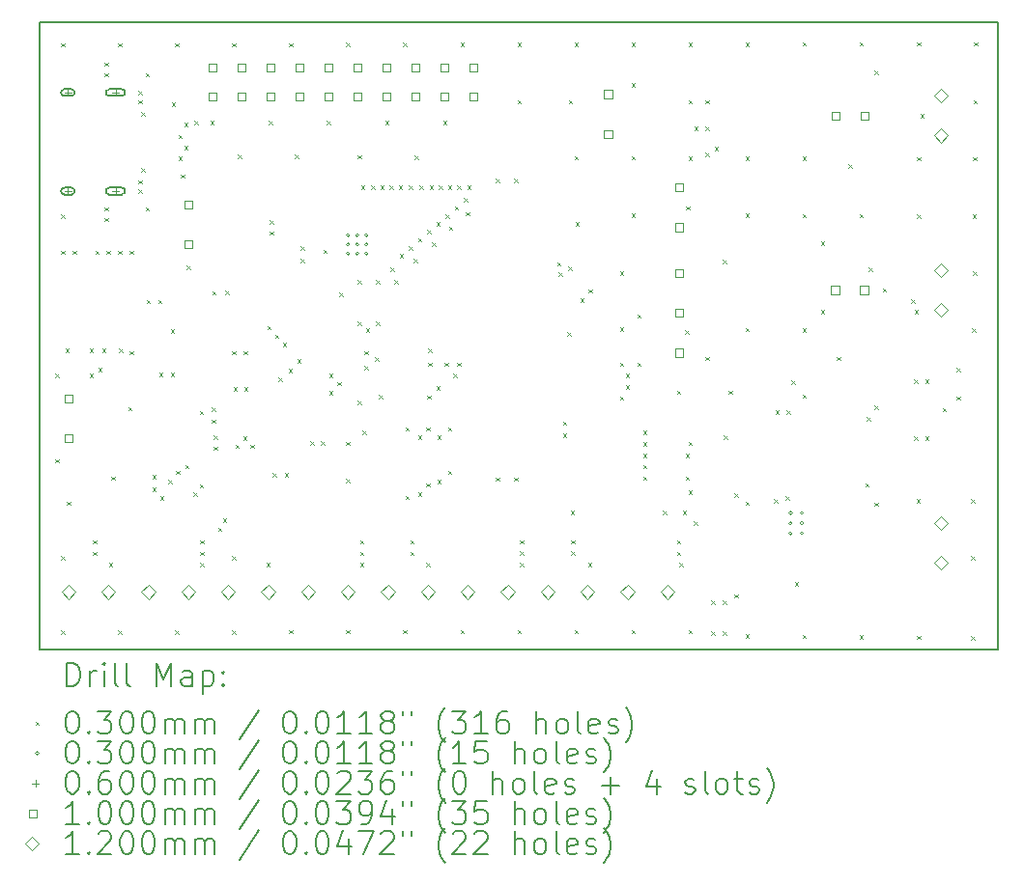
<source format=gbr>
%TF.GenerationSoftware,KiCad,Pcbnew,7.0.2-1.fc37*%
%TF.CreationDate,2023-04-28T16:21:15+01:00*%
%TF.ProjectId,grblPANEL,6772626c-5041-44e4-954c-2e6b69636164,B*%
%TF.SameCoordinates,Original*%
%TF.FileFunction,Drillmap*%
%TF.FilePolarity,Positive*%
%FSLAX45Y45*%
G04 Gerber Fmt 4.5, Leading zero omitted, Abs format (unit mm)*
G04 Created by KiCad (PCBNEW 7.0.2-1.fc37) date 2023-04-28 16:21:15*
%MOMM*%
%LPD*%
G01*
G04 APERTURE LIST*
%ADD10C,0.200000*%
%ADD11C,0.030000*%
%ADD12C,0.060000*%
%ADD13C,0.100000*%
%ADD14C,0.120000*%
G04 APERTURE END LIST*
D10*
X10500000Y-7500000D02*
X18900000Y-7500000D01*
X18900000Y-13000000D01*
X10500000Y-13000000D01*
X10500000Y-7500000D01*
D11*
X10635000Y-10585000D02*
X10665000Y-10615000D01*
X10665000Y-10585000D02*
X10635000Y-10615000D01*
X10635000Y-11335000D02*
X10665000Y-11365000D01*
X10665000Y-11335000D02*
X10635000Y-11365000D01*
X10685000Y-7685000D02*
X10715000Y-7715000D01*
X10715000Y-7685000D02*
X10685000Y-7715000D01*
X10685000Y-9185000D02*
X10715000Y-9215000D01*
X10715000Y-9185000D02*
X10685000Y-9215000D01*
X10685000Y-9505000D02*
X10715000Y-9535000D01*
X10715000Y-9505000D02*
X10685000Y-9535000D01*
X10685000Y-12185000D02*
X10715000Y-12215000D01*
X10715000Y-12185000D02*
X10685000Y-12215000D01*
X10685000Y-12835000D02*
X10715000Y-12865000D01*
X10715000Y-12835000D02*
X10685000Y-12865000D01*
X10725000Y-10365000D02*
X10755000Y-10395000D01*
X10755000Y-10365000D02*
X10725000Y-10395000D01*
X10735000Y-11705000D02*
X10765000Y-11735000D01*
X10765000Y-11705000D02*
X10735000Y-11735000D01*
X10785000Y-9505000D02*
X10815000Y-9535000D01*
X10815000Y-9505000D02*
X10785000Y-9535000D01*
X10935000Y-10365000D02*
X10965000Y-10395000D01*
X10965000Y-10365000D02*
X10935000Y-10395000D01*
X10935000Y-10585000D02*
X10965000Y-10615000D01*
X10965000Y-10585000D02*
X10935000Y-10615000D01*
X10965000Y-12045000D02*
X10995000Y-12075000D01*
X10995000Y-12045000D02*
X10965000Y-12075000D01*
X10965000Y-12145000D02*
X10995000Y-12175000D01*
X10995000Y-12145000D02*
X10965000Y-12175000D01*
X10985000Y-9505000D02*
X11015000Y-9535000D01*
X11015000Y-9505000D02*
X10985000Y-9535000D01*
X11010000Y-10535000D02*
X11040000Y-10565000D01*
X11040000Y-10535000D02*
X11010000Y-10565000D01*
X11045000Y-10365000D02*
X11075000Y-10395000D01*
X11075000Y-10365000D02*
X11045000Y-10395000D01*
X11065000Y-7855000D02*
X11095000Y-7885000D01*
X11095000Y-7855000D02*
X11065000Y-7885000D01*
X11065000Y-7945000D02*
X11095000Y-7975000D01*
X11095000Y-7945000D02*
X11065000Y-7975000D01*
X11065000Y-9125000D02*
X11095000Y-9155000D01*
X11095000Y-9125000D02*
X11065000Y-9155000D01*
X11065000Y-9215000D02*
X11095000Y-9245000D01*
X11095000Y-9215000D02*
X11065000Y-9245000D01*
X11085000Y-9505000D02*
X11115000Y-9535000D01*
X11115000Y-9505000D02*
X11085000Y-9535000D01*
X11105000Y-12245000D02*
X11135000Y-12275000D01*
X11135000Y-12245000D02*
X11105000Y-12275000D01*
X11125000Y-11485000D02*
X11155000Y-11515000D01*
X11155000Y-11485000D02*
X11125000Y-11515000D01*
X11185000Y-7684168D02*
X11215000Y-7714168D01*
X11215000Y-7684168D02*
X11185000Y-7714168D01*
X11185000Y-9506221D02*
X11215000Y-9536221D01*
X11215000Y-9506221D02*
X11185000Y-9536221D01*
X11185000Y-12834886D02*
X11215000Y-12864886D01*
X11215000Y-12834886D02*
X11185000Y-12864886D01*
X11195000Y-10365000D02*
X11225000Y-10395000D01*
X11225000Y-10365000D02*
X11195000Y-10395000D01*
X11275000Y-10875000D02*
X11305000Y-10905000D01*
X11305000Y-10875000D02*
X11275000Y-10905000D01*
X11285000Y-9506221D02*
X11315000Y-9536221D01*
X11315000Y-9506221D02*
X11285000Y-9536221D01*
X11285000Y-10385000D02*
X11315000Y-10415000D01*
X11315000Y-10385000D02*
X11285000Y-10415000D01*
X11365000Y-8105000D02*
X11395000Y-8135000D01*
X11395000Y-8105000D02*
X11365000Y-8135000D01*
X11365000Y-8185000D02*
X11395000Y-8215000D01*
X11395000Y-8185000D02*
X11365000Y-8215000D01*
X11365000Y-8885000D02*
X11395000Y-8915000D01*
X11395000Y-8885000D02*
X11365000Y-8915000D01*
X11365000Y-8965000D02*
X11395000Y-8995000D01*
X11395000Y-8965000D02*
X11365000Y-8995000D01*
X11390000Y-8290000D02*
X11420000Y-8320000D01*
X11420000Y-8290000D02*
X11390000Y-8320000D01*
X11390000Y-8780000D02*
X11420000Y-8810000D01*
X11420000Y-8780000D02*
X11390000Y-8810000D01*
X11425000Y-7945000D02*
X11455000Y-7975000D01*
X11455000Y-7945000D02*
X11425000Y-7975000D01*
X11425000Y-9125000D02*
X11455000Y-9155000D01*
X11455000Y-9125000D02*
X11425000Y-9155000D01*
X11435000Y-9935000D02*
X11465000Y-9965000D01*
X11465000Y-9935000D02*
X11435000Y-9965000D01*
X11485000Y-11585000D02*
X11515000Y-11615000D01*
X11515000Y-11585000D02*
X11485000Y-11615000D01*
X11485100Y-11472500D02*
X11515100Y-11502500D01*
X11515100Y-11472500D02*
X11485100Y-11502500D01*
X11535000Y-9935000D02*
X11565000Y-9965000D01*
X11565000Y-9935000D02*
X11535000Y-9965000D01*
X11545000Y-10575000D02*
X11575000Y-10605000D01*
X11575000Y-10575000D02*
X11545000Y-10605000D01*
X11555050Y-11660000D02*
X11585050Y-11690000D01*
X11585050Y-11660000D02*
X11555050Y-11690000D01*
X11625000Y-11515000D02*
X11655000Y-11545000D01*
X11655000Y-11515000D02*
X11625000Y-11545000D01*
X11645000Y-10195000D02*
X11675000Y-10225000D01*
X11675000Y-10195000D02*
X11645000Y-10225000D01*
X11645000Y-10575000D02*
X11675000Y-10605000D01*
X11675000Y-10575000D02*
X11645000Y-10605000D01*
X11655000Y-8205000D02*
X11685000Y-8235000D01*
X11685000Y-8205000D02*
X11655000Y-8235000D01*
X11685000Y-7683337D02*
X11715000Y-7713337D01*
X11715000Y-7683337D02*
X11685000Y-7713337D01*
X11685000Y-12834423D02*
X11715000Y-12864423D01*
X11715000Y-12834423D02*
X11685000Y-12864423D01*
X11694950Y-11435000D02*
X11724950Y-11465000D01*
X11724950Y-11435000D02*
X11694950Y-11465000D01*
X11715000Y-8490000D02*
X11745000Y-8520000D01*
X11745000Y-8490000D02*
X11715000Y-8520000D01*
X11715000Y-8680000D02*
X11745000Y-8710000D01*
X11745000Y-8680000D02*
X11715000Y-8710000D01*
X11735000Y-8835000D02*
X11765000Y-8865000D01*
X11765000Y-8835000D02*
X11735000Y-8865000D01*
X11765000Y-8385000D02*
X11795000Y-8415000D01*
X11795000Y-8385000D02*
X11765000Y-8415000D01*
X11765000Y-8585000D02*
X11795000Y-8615000D01*
X11795000Y-8585000D02*
X11765000Y-8615000D01*
X11775000Y-11385000D02*
X11805000Y-11415000D01*
X11805000Y-11385000D02*
X11775000Y-11415000D01*
X11785000Y-9635000D02*
X11815000Y-9665000D01*
X11815000Y-9635000D02*
X11785000Y-9665000D01*
X11845000Y-11625000D02*
X11875000Y-11655000D01*
X11875000Y-11625000D02*
X11845000Y-11655000D01*
X11855000Y-8365000D02*
X11885000Y-8395000D01*
X11885000Y-8365000D02*
X11855000Y-8395000D01*
X11900000Y-10910000D02*
X11930000Y-10940000D01*
X11930000Y-10910000D02*
X11900000Y-10940000D01*
X11900000Y-11552911D02*
X11930000Y-11582911D01*
X11930000Y-11552911D02*
X11900000Y-11582911D01*
X11905000Y-12045000D02*
X11935000Y-12075000D01*
X11935000Y-12045000D02*
X11905000Y-12075000D01*
X11905000Y-12145000D02*
X11935000Y-12175000D01*
X11935000Y-12145000D02*
X11905000Y-12175000D01*
X11905000Y-12245000D02*
X11935000Y-12275000D01*
X11935000Y-12245000D02*
X11905000Y-12275000D01*
X11995000Y-8365000D02*
X12025000Y-8395000D01*
X12025000Y-8365000D02*
X11995000Y-8395000D01*
X12005000Y-10880000D02*
X12035000Y-10910000D01*
X12035000Y-10880000D02*
X12005000Y-10910000D01*
X12005000Y-10985000D02*
X12035000Y-11015000D01*
X12035000Y-10985000D02*
X12005000Y-11015000D01*
X12010000Y-9858452D02*
X12040000Y-9888452D01*
X12040000Y-9858452D02*
X12010000Y-9888452D01*
X12025000Y-11125000D02*
X12055000Y-11155000D01*
X12055000Y-11125000D02*
X12025000Y-11155000D01*
X12025000Y-11225000D02*
X12055000Y-11255000D01*
X12055000Y-11225000D02*
X12025000Y-11255000D01*
X12060000Y-11935000D02*
X12090000Y-11965000D01*
X12090000Y-11935000D02*
X12060000Y-11965000D01*
X12105000Y-11855000D02*
X12135000Y-11885000D01*
X12135000Y-11855000D02*
X12105000Y-11885000D01*
X12125000Y-9855000D02*
X12155000Y-9885000D01*
X12155000Y-9855000D02*
X12125000Y-9885000D01*
X12185000Y-7682506D02*
X12215000Y-7712506D01*
X12215000Y-7682506D02*
X12185000Y-7712506D01*
X12185000Y-10385000D02*
X12215000Y-10415000D01*
X12215000Y-10385000D02*
X12185000Y-10415000D01*
X12185000Y-12185000D02*
X12215000Y-12215000D01*
X12215000Y-12185000D02*
X12185000Y-12215000D01*
X12185000Y-12834308D02*
X12215000Y-12864308D01*
X12215000Y-12834308D02*
X12185000Y-12864308D01*
X12195000Y-10705000D02*
X12225000Y-10735000D01*
X12225000Y-10705000D02*
X12195000Y-10735000D01*
X12215000Y-11205000D02*
X12245000Y-11235000D01*
X12245000Y-11205000D02*
X12215000Y-11235000D01*
X12235000Y-8660592D02*
X12265000Y-8690592D01*
X12265000Y-8660592D02*
X12235000Y-8690592D01*
X12280000Y-11135000D02*
X12310000Y-11165000D01*
X12310000Y-11135000D02*
X12280000Y-11165000D01*
X12285000Y-10385000D02*
X12315000Y-10415000D01*
X12315000Y-10385000D02*
X12285000Y-10415000D01*
X12290000Y-10705000D02*
X12320000Y-10735000D01*
X12320000Y-10705000D02*
X12290000Y-10735000D01*
X12345000Y-11205000D02*
X12375000Y-11235000D01*
X12375000Y-11205000D02*
X12345000Y-11235000D01*
X12485000Y-12245000D02*
X12515000Y-12275000D01*
X12515000Y-12245000D02*
X12485000Y-12275000D01*
X12495000Y-10165000D02*
X12525000Y-10195000D01*
X12525000Y-10165000D02*
X12495000Y-10195000D01*
X12505000Y-8365000D02*
X12535000Y-8395000D01*
X12535000Y-8365000D02*
X12505000Y-8395000D01*
X12515000Y-9240000D02*
X12545000Y-9270000D01*
X12545000Y-9240000D02*
X12515000Y-9270000D01*
X12515000Y-9335000D02*
X12545000Y-9365000D01*
X12545000Y-9335000D02*
X12515000Y-9365000D01*
X12540000Y-11455000D02*
X12570000Y-11485000D01*
X12570000Y-11455000D02*
X12540000Y-11485000D01*
X12560000Y-10240000D02*
X12590000Y-10270000D01*
X12590000Y-10240000D02*
X12560000Y-10270000D01*
X12591250Y-10616250D02*
X12621250Y-10646250D01*
X12621250Y-10616250D02*
X12591250Y-10646250D01*
X12630000Y-10315000D02*
X12660000Y-10345000D01*
X12660000Y-10315000D02*
X12630000Y-10345000D01*
X12645000Y-11455000D02*
X12675000Y-11485000D01*
X12675000Y-11455000D02*
X12645000Y-11485000D01*
X12680000Y-10540000D02*
X12710000Y-10570000D01*
X12710000Y-10540000D02*
X12680000Y-10570000D01*
X12685000Y-7682506D02*
X12715000Y-7712506D01*
X12715000Y-7682506D02*
X12685000Y-7712506D01*
X12685000Y-12833845D02*
X12715000Y-12863845D01*
X12715000Y-12833845D02*
X12685000Y-12863845D01*
X12735000Y-8660592D02*
X12765000Y-8690592D01*
X12765000Y-8660592D02*
X12735000Y-8690592D01*
X12755000Y-10454950D02*
X12785000Y-10484950D01*
X12785000Y-10454950D02*
X12755000Y-10484950D01*
X12784994Y-9465000D02*
X12814994Y-9495000D01*
X12814994Y-9465000D02*
X12784994Y-9495000D01*
X12785000Y-9575413D02*
X12815000Y-9605413D01*
X12815000Y-9575413D02*
X12785000Y-9605413D01*
X12870000Y-11175000D02*
X12900000Y-11205000D01*
X12900000Y-11175000D02*
X12870000Y-11205000D01*
X12965000Y-11175000D02*
X12995000Y-11205000D01*
X12995000Y-11175000D02*
X12965000Y-11205000D01*
X12985000Y-9495000D02*
X13015000Y-9525000D01*
X13015000Y-9495000D02*
X12985000Y-9525000D01*
X13015000Y-8365000D02*
X13045000Y-8395000D01*
X13045000Y-8365000D02*
X13015000Y-8395000D01*
X13035000Y-10585000D02*
X13065000Y-10615000D01*
X13065000Y-10585000D02*
X13035000Y-10615000D01*
X13035000Y-10735000D02*
X13065000Y-10765000D01*
X13065000Y-10735000D02*
X13035000Y-10765000D01*
X13105000Y-10655000D02*
X13135000Y-10685000D01*
X13135000Y-10655000D02*
X13105000Y-10685000D01*
X13125000Y-9875000D02*
X13155000Y-9905000D01*
X13155000Y-9875000D02*
X13125000Y-9905000D01*
X13185000Y-7681674D02*
X13215000Y-7711674D01*
X13215000Y-7681674D02*
X13185000Y-7711674D01*
X13185000Y-11179933D02*
X13215000Y-11209933D01*
X13215000Y-11179933D02*
X13185000Y-11209933D01*
X13185000Y-11509130D02*
X13215000Y-11539130D01*
X13215000Y-11509130D02*
X13185000Y-11539130D01*
X13185000Y-12833731D02*
X13215000Y-12863731D01*
X13215000Y-12833731D02*
X13185000Y-12863731D01*
X13285000Y-8664882D02*
X13315000Y-8694882D01*
X13315000Y-8664882D02*
X13285000Y-8694882D01*
X13285000Y-9765000D02*
X13315000Y-9795000D01*
X13315000Y-9765000D02*
X13285000Y-9795000D01*
X13285000Y-10125000D02*
X13315000Y-10155000D01*
X13315000Y-10125000D02*
X13285000Y-10155000D01*
X13285000Y-10822350D02*
X13315000Y-10852350D01*
X13315000Y-10822350D02*
X13285000Y-10852350D01*
X13305000Y-12045000D02*
X13335000Y-12075000D01*
X13335000Y-12045000D02*
X13305000Y-12075000D01*
X13305000Y-12145000D02*
X13335000Y-12175000D01*
X13335000Y-12145000D02*
X13305000Y-12175000D01*
X13305000Y-12245000D02*
X13335000Y-12275000D01*
X13335000Y-12245000D02*
X13305000Y-12275000D01*
X13315000Y-8935000D02*
X13345000Y-8965000D01*
X13345000Y-8935000D02*
X13315000Y-8965000D01*
X13325000Y-11085000D02*
X13355000Y-11115000D01*
X13355000Y-11085000D02*
X13325000Y-11115000D01*
X13344836Y-10384880D02*
X13374836Y-10414880D01*
X13374836Y-10384880D02*
X13344836Y-10414880D01*
X13344950Y-10515050D02*
X13374950Y-10545050D01*
X13374950Y-10515050D02*
X13344950Y-10545050D01*
X13355000Y-10185000D02*
X13385000Y-10215000D01*
X13385000Y-10185000D02*
X13355000Y-10215000D01*
X13405000Y-8935000D02*
X13435000Y-8965000D01*
X13435000Y-8935000D02*
X13405000Y-8965000D01*
X13435000Y-10438196D02*
X13465000Y-10468196D01*
X13465000Y-10438196D02*
X13435000Y-10468196D01*
X13445000Y-9765000D02*
X13475000Y-9795000D01*
X13475000Y-9765000D02*
X13445000Y-9795000D01*
X13445000Y-10125000D02*
X13475000Y-10155000D01*
X13475000Y-10125000D02*
X13445000Y-10155000D01*
X13470000Y-10770000D02*
X13500000Y-10800000D01*
X13500000Y-10770000D02*
X13470000Y-10800000D01*
X13485000Y-8935000D02*
X13515000Y-8965000D01*
X13515000Y-8935000D02*
X13485000Y-8965000D01*
X13525000Y-8365000D02*
X13555000Y-8395000D01*
X13555000Y-8365000D02*
X13525000Y-8395000D01*
X13565000Y-8935000D02*
X13595000Y-8965000D01*
X13595000Y-8935000D02*
X13565000Y-8965000D01*
X13575000Y-9655000D02*
X13605000Y-9685000D01*
X13605000Y-9655000D02*
X13575000Y-9685000D01*
X13605000Y-9765000D02*
X13635000Y-9795000D01*
X13635000Y-9765000D02*
X13605000Y-9795000D01*
X13645000Y-8935000D02*
X13675000Y-8965000D01*
X13675000Y-8935000D02*
X13645000Y-8965000D01*
X13655000Y-9535000D02*
X13685000Y-9565000D01*
X13685000Y-9535000D02*
X13655000Y-9565000D01*
X13685000Y-7680843D02*
X13715000Y-7710843D01*
X13715000Y-7680843D02*
X13685000Y-7710843D01*
X13685000Y-12833268D02*
X13715000Y-12863268D01*
X13715000Y-12833268D02*
X13685000Y-12863268D01*
X13705000Y-11055000D02*
X13735000Y-11085000D01*
X13735000Y-11055000D02*
X13705000Y-11085000D01*
X13705000Y-11655000D02*
X13735000Y-11685000D01*
X13735000Y-11655000D02*
X13705000Y-11685000D01*
X13735000Y-8935000D02*
X13765000Y-8965000D01*
X13765000Y-8935000D02*
X13735000Y-8965000D01*
X13735000Y-9465000D02*
X13765000Y-9495000D01*
X13765000Y-9465000D02*
X13735000Y-9495000D01*
X13745000Y-12045000D02*
X13775000Y-12075000D01*
X13775000Y-12045000D02*
X13745000Y-12075000D01*
X13745000Y-12144722D02*
X13775000Y-12174722D01*
X13775000Y-12144722D02*
X13745000Y-12174722D01*
X13775000Y-9575000D02*
X13805000Y-9605000D01*
X13805000Y-9575000D02*
X13775000Y-9605000D01*
X13785000Y-8669172D02*
X13815000Y-8699172D01*
X13815000Y-8669172D02*
X13785000Y-8699172D01*
X13815000Y-9395000D02*
X13845000Y-9425000D01*
X13845000Y-9395000D02*
X13815000Y-9425000D01*
X13815000Y-11125000D02*
X13845000Y-11155000D01*
X13845000Y-11125000D02*
X13815000Y-11155000D01*
X13815000Y-11625000D02*
X13845000Y-11655000D01*
X13845000Y-11625000D02*
X13815000Y-11655000D01*
X13825000Y-8935000D02*
X13855000Y-8965000D01*
X13855000Y-8935000D02*
X13825000Y-8965000D01*
X13885000Y-11055000D02*
X13915000Y-11085000D01*
X13915000Y-11055000D02*
X13885000Y-11085000D01*
X13885000Y-11545000D02*
X13915000Y-11575000D01*
X13915000Y-11545000D02*
X13885000Y-11575000D01*
X13885000Y-12245000D02*
X13915000Y-12275000D01*
X13915000Y-12245000D02*
X13885000Y-12275000D01*
X13895000Y-9325000D02*
X13925000Y-9355000D01*
X13925000Y-9325000D02*
X13895000Y-9355000D01*
X13895000Y-10775000D02*
X13925000Y-10805000D01*
X13925000Y-10775000D02*
X13895000Y-10805000D01*
X13905000Y-10365000D02*
X13935000Y-10395000D01*
X13935000Y-10365000D02*
X13905000Y-10395000D01*
X13905000Y-10485000D02*
X13935000Y-10515000D01*
X13935000Y-10485000D02*
X13905000Y-10515000D01*
X13915000Y-8935000D02*
X13945000Y-8965000D01*
X13945000Y-8935000D02*
X13915000Y-8965000D01*
X13935000Y-9435000D02*
X13965000Y-9465000D01*
X13965000Y-9435000D02*
X13935000Y-9465000D01*
X13975000Y-9255000D02*
X14005000Y-9285000D01*
X14005000Y-9255000D02*
X13975000Y-9285000D01*
X13975000Y-10695000D02*
X14005000Y-10725000D01*
X14005000Y-10695000D02*
X13975000Y-10725000D01*
X13985000Y-11125000D02*
X14015000Y-11155000D01*
X14015000Y-11125000D02*
X13985000Y-11155000D01*
X13985000Y-11515000D02*
X14015000Y-11545000D01*
X14015000Y-11515000D02*
X13985000Y-11545000D01*
X13995000Y-8935000D02*
X14025000Y-8965000D01*
X14025000Y-8935000D02*
X13995000Y-8965000D01*
X14035000Y-8365000D02*
X14065000Y-8395000D01*
X14065000Y-8365000D02*
X14035000Y-8395000D01*
X14045000Y-10485000D02*
X14075000Y-10515000D01*
X14075000Y-10485000D02*
X14045000Y-10515000D01*
X14055000Y-9185000D02*
X14085000Y-9215000D01*
X14085000Y-9185000D02*
X14055000Y-9215000D01*
X14075000Y-8935000D02*
X14105000Y-8965000D01*
X14105000Y-8935000D02*
X14075000Y-8965000D01*
X14075000Y-11055000D02*
X14105000Y-11085000D01*
X14105000Y-11055000D02*
X14075000Y-11085000D01*
X14075000Y-11435000D02*
X14105000Y-11465000D01*
X14105000Y-11435000D02*
X14075000Y-11465000D01*
X14085000Y-9295000D02*
X14115000Y-9325000D01*
X14115000Y-9295000D02*
X14085000Y-9325000D01*
X14125000Y-10585000D02*
X14155000Y-10615000D01*
X14155000Y-10585000D02*
X14125000Y-10615000D01*
X14135000Y-9115000D02*
X14165000Y-9145000D01*
X14165000Y-9115000D02*
X14135000Y-9145000D01*
X14155000Y-8935000D02*
X14185000Y-8965000D01*
X14185000Y-8935000D02*
X14155000Y-8965000D01*
X14155000Y-10485000D02*
X14185000Y-10515000D01*
X14185000Y-10485000D02*
X14155000Y-10515000D01*
X14185000Y-7680843D02*
X14215000Y-7710843D01*
X14215000Y-7680843D02*
X14185000Y-7710843D01*
X14185000Y-12833153D02*
X14215000Y-12863153D01*
X14215000Y-12833153D02*
X14185000Y-12863153D01*
X14215000Y-9045000D02*
X14245000Y-9075000D01*
X14245000Y-9045000D02*
X14215000Y-9075000D01*
X14235000Y-9165000D02*
X14265000Y-9195000D01*
X14265000Y-9165000D02*
X14235000Y-9195000D01*
X14245000Y-8935000D02*
X14275000Y-8965000D01*
X14275000Y-8935000D02*
X14245000Y-8965000D01*
X14495000Y-8875000D02*
X14525000Y-8905000D01*
X14525000Y-8875000D02*
X14495000Y-8905000D01*
X14495000Y-11495000D02*
X14525000Y-11525000D01*
X14525000Y-11495000D02*
X14495000Y-11525000D01*
X14655000Y-8875000D02*
X14685000Y-8905000D01*
X14685000Y-8875000D02*
X14655000Y-8905000D01*
X14655000Y-11495000D02*
X14685000Y-11525000D01*
X14685000Y-11495000D02*
X14655000Y-11525000D01*
X14685000Y-7680011D02*
X14715000Y-7710011D01*
X14715000Y-7680011D02*
X14685000Y-7710011D01*
X14685000Y-8185000D02*
X14715000Y-8215000D01*
X14715000Y-8185000D02*
X14685000Y-8215000D01*
X14685000Y-12832690D02*
X14715000Y-12862690D01*
X14715000Y-12832690D02*
X14685000Y-12862690D01*
X14705000Y-12045000D02*
X14735000Y-12075000D01*
X14735000Y-12045000D02*
X14705000Y-12075000D01*
X14705000Y-12143448D02*
X14735000Y-12173448D01*
X14735000Y-12143448D02*
X14705000Y-12173448D01*
X14705000Y-12245000D02*
X14735000Y-12275000D01*
X14735000Y-12245000D02*
X14705000Y-12275000D01*
X15035050Y-9605000D02*
X15065050Y-9635000D01*
X15065050Y-9605000D02*
X15035050Y-9635000D01*
X15045000Y-9697350D02*
X15075000Y-9727350D01*
X15075000Y-9697350D02*
X15045000Y-9727350D01*
X15085000Y-11005000D02*
X15115000Y-11035000D01*
X15115000Y-11005000D02*
X15085000Y-11035000D01*
X15085000Y-11110000D02*
X15115000Y-11140000D01*
X15115000Y-11110000D02*
X15085000Y-11140000D01*
X15120000Y-10220000D02*
X15150000Y-10250000D01*
X15150000Y-10220000D02*
X15120000Y-10250000D01*
X15130000Y-9645000D02*
X15160000Y-9675000D01*
X15160000Y-9645000D02*
X15130000Y-9675000D01*
X15135000Y-8185000D02*
X15165000Y-8215000D01*
X15165000Y-8185000D02*
X15135000Y-8215000D01*
X15152727Y-11785000D02*
X15182727Y-11815000D01*
X15182727Y-11785000D02*
X15152727Y-11815000D01*
X15155000Y-12045000D02*
X15185000Y-12075000D01*
X15185000Y-12045000D02*
X15155000Y-12075000D01*
X15155000Y-12142650D02*
X15185000Y-12172650D01*
X15185000Y-12142650D02*
X15155000Y-12172650D01*
X15185000Y-7679180D02*
X15215000Y-7709180D01*
X15215000Y-7679180D02*
X15185000Y-7709180D01*
X15185000Y-8673782D02*
X15215000Y-8703782D01*
X15215000Y-8673782D02*
X15185000Y-8703782D01*
X15185000Y-12832576D02*
X15215000Y-12862576D01*
X15215000Y-12832576D02*
X15185000Y-12862576D01*
X15195000Y-9255000D02*
X15225000Y-9285000D01*
X15225000Y-9255000D02*
X15195000Y-9285000D01*
X15235000Y-9925000D02*
X15265000Y-9955000D01*
X15265000Y-9925000D02*
X15235000Y-9955000D01*
X15305000Y-12245000D02*
X15335000Y-12275000D01*
X15335000Y-12245000D02*
X15305000Y-12275000D01*
X15310000Y-9845000D02*
X15340000Y-9875000D01*
X15340000Y-9845000D02*
X15310000Y-9875000D01*
X15585000Y-9685000D02*
X15615000Y-9715000D01*
X15615000Y-9685000D02*
X15585000Y-9715000D01*
X15585000Y-10177251D02*
X15615000Y-10207251D01*
X15615000Y-10177251D02*
X15585000Y-10207251D01*
X15585000Y-10485000D02*
X15615000Y-10515000D01*
X15615000Y-10485000D02*
X15585000Y-10515000D01*
X15585000Y-10785000D02*
X15615000Y-10815000D01*
X15615000Y-10785000D02*
X15585000Y-10815000D01*
X15635000Y-10585000D02*
X15665000Y-10615000D01*
X15665000Y-10585000D02*
X15635000Y-10615000D01*
X15635000Y-10685000D02*
X15665000Y-10715000D01*
X15665000Y-10685000D02*
X15635000Y-10715000D01*
X15685000Y-7679180D02*
X15715000Y-7709180D01*
X15715000Y-7679180D02*
X15685000Y-7709180D01*
X15685000Y-8035000D02*
X15715000Y-8065000D01*
X15715000Y-8035000D02*
X15685000Y-8065000D01*
X15685000Y-8673782D02*
X15715000Y-8703782D01*
X15715000Y-8673782D02*
X15685000Y-8703782D01*
X15685000Y-9177383D02*
X15715000Y-9207383D01*
X15715000Y-9177383D02*
X15685000Y-9207383D01*
X15685000Y-12832113D02*
X15715000Y-12862113D01*
X15715000Y-12832113D02*
X15685000Y-12862113D01*
X15735000Y-10065000D02*
X15765000Y-10095000D01*
X15765000Y-10065000D02*
X15735000Y-10095000D01*
X15735000Y-10485000D02*
X15765000Y-10515000D01*
X15765000Y-10485000D02*
X15735000Y-10515000D01*
X15785000Y-11085000D02*
X15815000Y-11115000D01*
X15815000Y-11085000D02*
X15785000Y-11115000D01*
X15785000Y-11185000D02*
X15815000Y-11215000D01*
X15815000Y-11185000D02*
X15785000Y-11215000D01*
X15785000Y-11285000D02*
X15815000Y-11315000D01*
X15815000Y-11285000D02*
X15785000Y-11315000D01*
X15785000Y-11385000D02*
X15815000Y-11415000D01*
X15815000Y-11385000D02*
X15785000Y-11415000D01*
X15785000Y-11485000D02*
X15815000Y-11515000D01*
X15815000Y-11485000D02*
X15785000Y-11515000D01*
X15960000Y-11785000D02*
X15990000Y-11815000D01*
X15990000Y-11785000D02*
X15960000Y-11815000D01*
X16085000Y-10731210D02*
X16115000Y-10761210D01*
X16115000Y-10731210D02*
X16085000Y-10761210D01*
X16085000Y-12045000D02*
X16115000Y-12075000D01*
X16115000Y-12045000D02*
X16085000Y-12075000D01*
X16085000Y-12145000D02*
X16115000Y-12175000D01*
X16115000Y-12145000D02*
X16085000Y-12175000D01*
X16105000Y-12245000D02*
X16135000Y-12275000D01*
X16135000Y-12245000D02*
X16105000Y-12275000D01*
X16135000Y-11785000D02*
X16165000Y-11815000D01*
X16165000Y-11785000D02*
X16135000Y-11815000D01*
X16155000Y-10205000D02*
X16185000Y-10235000D01*
X16185000Y-10205000D02*
X16155000Y-10235000D01*
X16160000Y-11285000D02*
X16190000Y-11315000D01*
X16190000Y-11285000D02*
X16160000Y-11315000D01*
X16160000Y-11485000D02*
X16190000Y-11515000D01*
X16190000Y-11485000D02*
X16160000Y-11515000D01*
X16165000Y-9115000D02*
X16195000Y-9145000D01*
X16195000Y-9115000D02*
X16165000Y-9145000D01*
X16185000Y-7679180D02*
X16215000Y-7709180D01*
X16215000Y-7679180D02*
X16185000Y-7709180D01*
X16185000Y-8185000D02*
X16215000Y-8215000D01*
X16215000Y-8185000D02*
X16185000Y-8215000D01*
X16185000Y-8677357D02*
X16215000Y-8707357D01*
X16215000Y-8677357D02*
X16185000Y-8707357D01*
X16185000Y-11182913D02*
X16215000Y-11212912D01*
X16215000Y-11182913D02*
X16185000Y-11212912D01*
X16185000Y-11610000D02*
X16215000Y-11640000D01*
X16215000Y-11610000D02*
X16185000Y-11640000D01*
X16185000Y-12831999D02*
X16215000Y-12861999D01*
X16215000Y-12831999D02*
X16185000Y-12861999D01*
X16230000Y-11880000D02*
X16260000Y-11910000D01*
X16260000Y-11880000D02*
X16230000Y-11910000D01*
X16235000Y-8415000D02*
X16265000Y-8445000D01*
X16265000Y-8415000D02*
X16235000Y-8445000D01*
X16335000Y-8184450D02*
X16365000Y-8214450D01*
X16365000Y-8184450D02*
X16335000Y-8214450D01*
X16335000Y-8415000D02*
X16365000Y-8445000D01*
X16365000Y-8415000D02*
X16335000Y-8445000D01*
X16335000Y-8645000D02*
X16365000Y-8675000D01*
X16365000Y-8645000D02*
X16335000Y-8675000D01*
X16335000Y-10435000D02*
X16365000Y-10465000D01*
X16365000Y-10435000D02*
X16335000Y-10465000D01*
X16385000Y-12575000D02*
X16415000Y-12605000D01*
X16415000Y-12575000D02*
X16385000Y-12605000D01*
X16385000Y-12845000D02*
X16415000Y-12875000D01*
X16415000Y-12845000D02*
X16385000Y-12875000D01*
X16415000Y-8595000D02*
X16445000Y-8625000D01*
X16445000Y-8595000D02*
X16415000Y-8625000D01*
X16485000Y-12575000D02*
X16515000Y-12605000D01*
X16515000Y-12575000D02*
X16485000Y-12605000D01*
X16485000Y-9585000D02*
X16515000Y-9615000D01*
X16515000Y-9585000D02*
X16485000Y-9615000D01*
X16485000Y-12845000D02*
X16515000Y-12875000D01*
X16515000Y-12845000D02*
X16485000Y-12875000D01*
X16495000Y-11125000D02*
X16525000Y-11155000D01*
X16525000Y-11125000D02*
X16495000Y-11155000D01*
X16535000Y-10733279D02*
X16565000Y-10763279D01*
X16565000Y-10733279D02*
X16535000Y-10763279D01*
X16585000Y-11635000D02*
X16615000Y-11665000D01*
X16615000Y-11635000D02*
X16585000Y-11665000D01*
X16585000Y-12520000D02*
X16615000Y-12550000D01*
X16615000Y-12520000D02*
X16585000Y-12550000D01*
X16685000Y-7678348D02*
X16715000Y-7708348D01*
X16715000Y-7678348D02*
X16685000Y-7708348D01*
X16685000Y-8679852D02*
X16715000Y-8709852D01*
X16715000Y-8679852D02*
X16685000Y-8709852D01*
X16685000Y-9179452D02*
X16715000Y-9209452D01*
X16715000Y-9179452D02*
X16685000Y-9209452D01*
X16685000Y-10182217D02*
X16715000Y-10212217D01*
X16715000Y-10182217D02*
X16685000Y-10212217D01*
X16685000Y-11707579D02*
X16715000Y-11737579D01*
X16715000Y-11707579D02*
X16685000Y-11737579D01*
X16685000Y-12868905D02*
X16715000Y-12898905D01*
X16715000Y-12868905D02*
X16685000Y-12898905D01*
X16935000Y-11685000D02*
X16965000Y-11715000D01*
X16965000Y-11685000D02*
X16935000Y-11715000D01*
X16945000Y-10905000D02*
X16975000Y-10935000D01*
X16975000Y-10905000D02*
X16945000Y-10935000D01*
X17035000Y-11660000D02*
X17065000Y-11690000D01*
X17065000Y-11660000D02*
X17035000Y-11690000D01*
X17045000Y-10905000D02*
X17075000Y-10935000D01*
X17075000Y-10905000D02*
X17045000Y-10935000D01*
X17085000Y-10645000D02*
X17115000Y-10675000D01*
X17115000Y-10645000D02*
X17085000Y-10675000D01*
X17115000Y-12415000D02*
X17145000Y-12445000D01*
X17145000Y-12415000D02*
X17115000Y-12445000D01*
X17185000Y-7677517D02*
X17215000Y-7707517D01*
X17215000Y-7677517D02*
X17185000Y-7707517D01*
X17185000Y-8680932D02*
X17215000Y-8710932D01*
X17215000Y-8680932D02*
X17185000Y-8710932D01*
X17185000Y-9181521D02*
X17215000Y-9211521D01*
X17215000Y-9181521D02*
X17185000Y-9211521D01*
X17185000Y-10184699D02*
X17215000Y-10214699D01*
X17215000Y-10184699D02*
X17185000Y-10214699D01*
X17185000Y-10765000D02*
X17215000Y-10795000D01*
X17215000Y-10765000D02*
X17185000Y-10795000D01*
X17185000Y-12874053D02*
X17215000Y-12904053D01*
X17215000Y-12874053D02*
X17185000Y-12904053D01*
X17345000Y-9425000D02*
X17375000Y-9455000D01*
X17375000Y-9425000D02*
X17345000Y-9455000D01*
X17346000Y-10025000D02*
X17376000Y-10055000D01*
X17376000Y-10025000D02*
X17346000Y-10055000D01*
X17485000Y-10435000D02*
X17515000Y-10465000D01*
X17515000Y-10435000D02*
X17485000Y-10465000D01*
X17585000Y-8745000D02*
X17615000Y-8775000D01*
X17615000Y-8745000D02*
X17585000Y-8775000D01*
X17685000Y-7677517D02*
X17715000Y-7707517D01*
X17715000Y-7677517D02*
X17685000Y-7707517D01*
X17685000Y-9183590D02*
X17715000Y-9213590D01*
X17715000Y-9183590D02*
X17685000Y-9213590D01*
X17685000Y-12879201D02*
X17715000Y-12909201D01*
X17715000Y-12879201D02*
X17685000Y-12909201D01*
X17735000Y-11545000D02*
X17765000Y-11575000D01*
X17765000Y-11545000D02*
X17735000Y-11575000D01*
X17745000Y-10965000D02*
X17775000Y-10995000D01*
X17775000Y-10965000D02*
X17745000Y-10995000D01*
X17765000Y-9655000D02*
X17795000Y-9685000D01*
X17795000Y-9655000D02*
X17765000Y-9685000D01*
X17812500Y-7927500D02*
X17842500Y-7957500D01*
X17842500Y-7927500D02*
X17812500Y-7957500D01*
X17815000Y-10865000D02*
X17845000Y-10895000D01*
X17845000Y-10865000D02*
X17815000Y-10895000D01*
X17815000Y-11715000D02*
X17845000Y-11745000D01*
X17845000Y-11715000D02*
X17815000Y-11745000D01*
X17885000Y-9835000D02*
X17915000Y-9865000D01*
X17915000Y-9835000D02*
X17885000Y-9865000D01*
X18135050Y-9933717D02*
X18165050Y-9963717D01*
X18165050Y-9933717D02*
X18135050Y-9963717D01*
X18160000Y-10635000D02*
X18190000Y-10665000D01*
X18190000Y-10635000D02*
X18160000Y-10665000D01*
X18160000Y-11135000D02*
X18190000Y-11165000D01*
X18190000Y-11135000D02*
X18160000Y-11165000D01*
X18165000Y-10025000D02*
X18195000Y-10055000D01*
X18195000Y-10025000D02*
X18165000Y-10055000D01*
X18182818Y-11685000D02*
X18212818Y-11715000D01*
X18212818Y-11685000D02*
X18182818Y-11715000D01*
X18185000Y-7676685D02*
X18215000Y-7706685D01*
X18215000Y-7676685D02*
X18185000Y-7706685D01*
X18185000Y-8684507D02*
X18215000Y-8714507D01*
X18215000Y-8684507D02*
X18185000Y-8714507D01*
X18185000Y-9185000D02*
X18215000Y-9215000D01*
X18215000Y-9185000D02*
X18185000Y-9215000D01*
X18185000Y-12884349D02*
X18215000Y-12914349D01*
X18215000Y-12884349D02*
X18185000Y-12914349D01*
X18215000Y-8305000D02*
X18245000Y-8335000D01*
X18245000Y-8305000D02*
X18215000Y-8335000D01*
X18260000Y-10635000D02*
X18290000Y-10665000D01*
X18290000Y-10635000D02*
X18260000Y-10665000D01*
X18260000Y-11135000D02*
X18290000Y-11165000D01*
X18290000Y-11135000D02*
X18260000Y-11165000D01*
X18410000Y-10885000D02*
X18440000Y-10915000D01*
X18440000Y-10885000D02*
X18410000Y-10915000D01*
X18535000Y-10535000D02*
X18565000Y-10565000D01*
X18565000Y-10535000D02*
X18535000Y-10565000D01*
X18535000Y-10785000D02*
X18565000Y-10815000D01*
X18565000Y-10785000D02*
X18535000Y-10815000D01*
X18660621Y-12885000D02*
X18690621Y-12915000D01*
X18690621Y-12885000D02*
X18660621Y-12915000D01*
X18660864Y-12185000D02*
X18690864Y-12215000D01*
X18690864Y-12185000D02*
X18660864Y-12215000D01*
X18662588Y-11685000D02*
X18692588Y-11715000D01*
X18692588Y-11685000D02*
X18662588Y-11715000D01*
X18670700Y-10185000D02*
X18700700Y-10215000D01*
X18700700Y-10185000D02*
X18670700Y-10215000D01*
X18674275Y-9185000D02*
X18704275Y-9215000D01*
X18704275Y-9185000D02*
X18674275Y-9215000D01*
X18677850Y-9685000D02*
X18707850Y-9715000D01*
X18707850Y-9685000D02*
X18677850Y-9715000D01*
X18679329Y-8685000D02*
X18709329Y-8715000D01*
X18709329Y-8685000D02*
X18679329Y-8715000D01*
X18682904Y-8185000D02*
X18712904Y-8215000D01*
X18712904Y-8185000D02*
X18682904Y-8215000D01*
X18685000Y-7675000D02*
X18715000Y-7705000D01*
X18715000Y-7675000D02*
X18685000Y-7705000D01*
X13215000Y-9370000D02*
G75*
G03*
X13215000Y-9370000I-15000J0D01*
G01*
X13215000Y-9450000D02*
G75*
G03*
X13215000Y-9450000I-15000J0D01*
G01*
X13215000Y-9530000D02*
G75*
G03*
X13215000Y-9530000I-15000J0D01*
G01*
X13295000Y-9370000D02*
G75*
G03*
X13295000Y-9370000I-15000J0D01*
G01*
X13295000Y-9450000D02*
G75*
G03*
X13295000Y-9450000I-15000J0D01*
G01*
X13295000Y-9530000D02*
G75*
G03*
X13295000Y-9530000I-15000J0D01*
G01*
X13375000Y-9370000D02*
G75*
G03*
X13375000Y-9370000I-15000J0D01*
G01*
X13375000Y-9450000D02*
G75*
G03*
X13375000Y-9450000I-15000J0D01*
G01*
X13375000Y-9530000D02*
G75*
G03*
X13375000Y-9530000I-15000J0D01*
G01*
X17093330Y-11806000D02*
G75*
G03*
X17093330Y-11806000I-15000J0D01*
G01*
X17093330Y-11895000D02*
G75*
G03*
X17093330Y-11895000I-15000J0D01*
G01*
X17093330Y-11984000D02*
G75*
G03*
X17093330Y-11984000I-15000J0D01*
G01*
X17193330Y-11806000D02*
G75*
G03*
X17193330Y-11806000I-15000J0D01*
G01*
X17193330Y-11895000D02*
G75*
G03*
X17193330Y-11895000I-15000J0D01*
G01*
X17193330Y-11984000D02*
G75*
G03*
X17193330Y-11984000I-15000J0D01*
G01*
D12*
X10745000Y-8088000D02*
X10745000Y-8148000D01*
X10715000Y-8118000D02*
X10775000Y-8118000D01*
D10*
X10715000Y-8148000D02*
X10775000Y-8148000D01*
X10775000Y-8148000D02*
G75*
G03*
X10775000Y-8088000I0J30000D01*
G01*
X10775000Y-8088000D02*
X10715000Y-8088000D01*
X10715000Y-8088000D02*
G75*
G03*
X10715000Y-8148000I0J-30000D01*
G01*
D12*
X10745000Y-8952000D02*
X10745000Y-9012000D01*
X10715000Y-8982000D02*
X10775000Y-8982000D01*
D10*
X10715000Y-9012000D02*
X10775000Y-9012000D01*
X10775000Y-9012000D02*
G75*
G03*
X10775000Y-8952000I0J30000D01*
G01*
X10775000Y-8952000D02*
X10715000Y-8952000D01*
X10715000Y-8952000D02*
G75*
G03*
X10715000Y-9012000I0J-30000D01*
G01*
D12*
X11163000Y-8088000D02*
X11163000Y-8148000D01*
X11133000Y-8118000D02*
X11193000Y-8118000D01*
D10*
X11108000Y-8148000D02*
X11218000Y-8148000D01*
X11218000Y-8148000D02*
G75*
G03*
X11218000Y-8088000I0J30000D01*
G01*
X11218000Y-8088000D02*
X11108000Y-8088000D01*
X11108000Y-8088000D02*
G75*
G03*
X11108000Y-8148000I0J-30000D01*
G01*
D12*
X11163000Y-8952000D02*
X11163000Y-9012000D01*
X11133000Y-8982000D02*
X11193000Y-8982000D01*
D10*
X11108000Y-9012000D02*
X11218000Y-9012000D01*
X11218000Y-9012000D02*
G75*
G03*
X11218000Y-8952000I0J30000D01*
G01*
X11218000Y-8952000D02*
X11108000Y-8952000D01*
X11108000Y-8952000D02*
G75*
G03*
X11108000Y-9012000I0J-30000D01*
G01*
D13*
X10785356Y-10835356D02*
X10785356Y-10764644D01*
X10714644Y-10764644D01*
X10714644Y-10835356D01*
X10785356Y-10835356D01*
X10785356Y-11185356D02*
X10785356Y-11114644D01*
X10714644Y-11114644D01*
X10714644Y-11185356D01*
X10785356Y-11185356D01*
X11835356Y-9135356D02*
X11835356Y-9064644D01*
X11764644Y-9064644D01*
X11764644Y-9135356D01*
X11835356Y-9135356D01*
X11835356Y-9485356D02*
X11835356Y-9414644D01*
X11764644Y-9414644D01*
X11764644Y-9485356D01*
X11835356Y-9485356D01*
X12049356Y-7931356D02*
X12049356Y-7860644D01*
X11978644Y-7860644D01*
X11978644Y-7931356D01*
X12049356Y-7931356D01*
X12049356Y-8185356D02*
X12049356Y-8114644D01*
X11978644Y-8114644D01*
X11978644Y-8185356D01*
X12049356Y-8185356D01*
X12303356Y-7931356D02*
X12303356Y-7860644D01*
X12232644Y-7860644D01*
X12232644Y-7931356D01*
X12303356Y-7931356D01*
X12303356Y-8185356D02*
X12303356Y-8114644D01*
X12232644Y-8114644D01*
X12232644Y-8185356D01*
X12303356Y-8185356D01*
X12557356Y-7931356D02*
X12557356Y-7860644D01*
X12486644Y-7860644D01*
X12486644Y-7931356D01*
X12557356Y-7931356D01*
X12557356Y-8185356D02*
X12557356Y-8114644D01*
X12486644Y-8114644D01*
X12486644Y-8185356D01*
X12557356Y-8185356D01*
X12811356Y-7931356D02*
X12811356Y-7860644D01*
X12740644Y-7860644D01*
X12740644Y-7931356D01*
X12811356Y-7931356D01*
X12811356Y-8185356D02*
X12811356Y-8114644D01*
X12740644Y-8114644D01*
X12740644Y-8185356D01*
X12811356Y-8185356D01*
X13065356Y-7931356D02*
X13065356Y-7860644D01*
X12994644Y-7860644D01*
X12994644Y-7931356D01*
X13065356Y-7931356D01*
X13065356Y-8185356D02*
X13065356Y-8114644D01*
X12994644Y-8114644D01*
X12994644Y-8185356D01*
X13065356Y-8185356D01*
X13319356Y-7931356D02*
X13319356Y-7860644D01*
X13248644Y-7860644D01*
X13248644Y-7931356D01*
X13319356Y-7931356D01*
X13319356Y-8185356D02*
X13319356Y-8114644D01*
X13248644Y-8114644D01*
X13248644Y-8185356D01*
X13319356Y-8185356D01*
X13573356Y-7931356D02*
X13573356Y-7860644D01*
X13502644Y-7860644D01*
X13502644Y-7931356D01*
X13573356Y-7931356D01*
X13573356Y-8185356D02*
X13573356Y-8114644D01*
X13502644Y-8114644D01*
X13502644Y-8185356D01*
X13573356Y-8185356D01*
X13827356Y-7931356D02*
X13827356Y-7860644D01*
X13756644Y-7860644D01*
X13756644Y-7931356D01*
X13827356Y-7931356D01*
X13827356Y-8185356D02*
X13827356Y-8114644D01*
X13756644Y-8114644D01*
X13756644Y-8185356D01*
X13827356Y-8185356D01*
X14081356Y-7931356D02*
X14081356Y-7860644D01*
X14010644Y-7860644D01*
X14010644Y-7931356D01*
X14081356Y-7931356D01*
X14081356Y-8185356D02*
X14081356Y-8114644D01*
X14010644Y-8114644D01*
X14010644Y-8185356D01*
X14081356Y-8185356D01*
X14335356Y-7931356D02*
X14335356Y-7860644D01*
X14264644Y-7860644D01*
X14264644Y-7931356D01*
X14335356Y-7931356D01*
X14335356Y-8185356D02*
X14335356Y-8114644D01*
X14264644Y-8114644D01*
X14264644Y-8185356D01*
X14335356Y-8185356D01*
X15515356Y-8165356D02*
X15515356Y-8094644D01*
X15444644Y-8094644D01*
X15444644Y-8165356D01*
X15515356Y-8165356D01*
X15515356Y-8515356D02*
X15515356Y-8444644D01*
X15444644Y-8444644D01*
X15444644Y-8515356D01*
X15515356Y-8515356D01*
X16135356Y-8985356D02*
X16135356Y-8914644D01*
X16064644Y-8914644D01*
X16064644Y-8985356D01*
X16135356Y-8985356D01*
X16135356Y-9335356D02*
X16135356Y-9264644D01*
X16064644Y-9264644D01*
X16064644Y-9335356D01*
X16135356Y-9335356D01*
X16135356Y-9735356D02*
X16135356Y-9664644D01*
X16064644Y-9664644D01*
X16064644Y-9735356D01*
X16135356Y-9735356D01*
X16135356Y-10085356D02*
X16135356Y-10014644D01*
X16064644Y-10014644D01*
X16064644Y-10085356D01*
X16135356Y-10085356D01*
X16135356Y-10435356D02*
X16135356Y-10364644D01*
X16064644Y-10364644D01*
X16064644Y-10435356D01*
X16135356Y-10435356D01*
X17506356Y-9885356D02*
X17506356Y-9814644D01*
X17435644Y-9814644D01*
X17435644Y-9885356D01*
X17506356Y-9885356D01*
X17507856Y-8355356D02*
X17507856Y-8284644D01*
X17437144Y-8284644D01*
X17437144Y-8355356D01*
X17507856Y-8355356D01*
X17760356Y-9885356D02*
X17760356Y-9814644D01*
X17689644Y-9814644D01*
X17689644Y-9885356D01*
X17760356Y-9885356D01*
X17761856Y-8355356D02*
X17761856Y-8284644D01*
X17691144Y-8284644D01*
X17691144Y-8355356D01*
X17761856Y-8355356D01*
D14*
X10750000Y-12560000D02*
X10810000Y-12500000D01*
X10750000Y-12440000D01*
X10690000Y-12500000D01*
X10750000Y-12560000D01*
X11100000Y-12560000D02*
X11160000Y-12500000D01*
X11100000Y-12440000D01*
X11040000Y-12500000D01*
X11100000Y-12560000D01*
X11450000Y-12560000D02*
X11510000Y-12500000D01*
X11450000Y-12440000D01*
X11390000Y-12500000D01*
X11450000Y-12560000D01*
X11800000Y-12560000D02*
X11860000Y-12500000D01*
X11800000Y-12440000D01*
X11740000Y-12500000D01*
X11800000Y-12560000D01*
X12150000Y-12560000D02*
X12210000Y-12500000D01*
X12150000Y-12440000D01*
X12090000Y-12500000D01*
X12150000Y-12560000D01*
X12500000Y-12560000D02*
X12560000Y-12500000D01*
X12500000Y-12440000D01*
X12440000Y-12500000D01*
X12500000Y-12560000D01*
X12850000Y-12560000D02*
X12910000Y-12500000D01*
X12850000Y-12440000D01*
X12790000Y-12500000D01*
X12850000Y-12560000D01*
X13200000Y-12560000D02*
X13260000Y-12500000D01*
X13200000Y-12440000D01*
X13140000Y-12500000D01*
X13200000Y-12560000D01*
X13550000Y-12560000D02*
X13610000Y-12500000D01*
X13550000Y-12440000D01*
X13490000Y-12500000D01*
X13550000Y-12560000D01*
X13900000Y-12560000D02*
X13960000Y-12500000D01*
X13900000Y-12440000D01*
X13840000Y-12500000D01*
X13900000Y-12560000D01*
X14250000Y-12560000D02*
X14310000Y-12500000D01*
X14250000Y-12440000D01*
X14190000Y-12500000D01*
X14250000Y-12560000D01*
X14600000Y-12560000D02*
X14660000Y-12500000D01*
X14600000Y-12440000D01*
X14540000Y-12500000D01*
X14600000Y-12560000D01*
X14950000Y-12560000D02*
X15010000Y-12500000D01*
X14950000Y-12440000D01*
X14890000Y-12500000D01*
X14950000Y-12560000D01*
X15300000Y-12560000D02*
X15360000Y-12500000D01*
X15300000Y-12440000D01*
X15240000Y-12500000D01*
X15300000Y-12560000D01*
X15650000Y-12560000D02*
X15710000Y-12500000D01*
X15650000Y-12440000D01*
X15590000Y-12500000D01*
X15650000Y-12560000D01*
X16000000Y-12560000D02*
X16060000Y-12500000D01*
X16000000Y-12440000D01*
X15940000Y-12500000D01*
X16000000Y-12560000D01*
X18400000Y-8205000D02*
X18460000Y-8145000D01*
X18400000Y-8085000D01*
X18340000Y-8145000D01*
X18400000Y-8205000D01*
X18400000Y-8555000D02*
X18460000Y-8495000D01*
X18400000Y-8435000D01*
X18340000Y-8495000D01*
X18400000Y-8555000D01*
X18400000Y-9735000D02*
X18460000Y-9675000D01*
X18400000Y-9615000D01*
X18340000Y-9675000D01*
X18400000Y-9735000D01*
X18400000Y-10085000D02*
X18460000Y-10025000D01*
X18400000Y-9965000D01*
X18340000Y-10025000D01*
X18400000Y-10085000D01*
X18400000Y-11955000D02*
X18460000Y-11895000D01*
X18400000Y-11835000D01*
X18340000Y-11895000D01*
X18400000Y-11955000D01*
X18400000Y-12305000D02*
X18460000Y-12245000D01*
X18400000Y-12185000D01*
X18340000Y-12245000D01*
X18400000Y-12305000D01*
D10*
X10737619Y-13322524D02*
X10737619Y-13122524D01*
X10737619Y-13122524D02*
X10785238Y-13122524D01*
X10785238Y-13122524D02*
X10813810Y-13132048D01*
X10813810Y-13132048D02*
X10832857Y-13151095D01*
X10832857Y-13151095D02*
X10842381Y-13170143D01*
X10842381Y-13170143D02*
X10851905Y-13208238D01*
X10851905Y-13208238D02*
X10851905Y-13236809D01*
X10851905Y-13236809D02*
X10842381Y-13274905D01*
X10842381Y-13274905D02*
X10832857Y-13293952D01*
X10832857Y-13293952D02*
X10813810Y-13313000D01*
X10813810Y-13313000D02*
X10785238Y-13322524D01*
X10785238Y-13322524D02*
X10737619Y-13322524D01*
X10937619Y-13322524D02*
X10937619Y-13189190D01*
X10937619Y-13227286D02*
X10947143Y-13208238D01*
X10947143Y-13208238D02*
X10956667Y-13198714D01*
X10956667Y-13198714D02*
X10975714Y-13189190D01*
X10975714Y-13189190D02*
X10994762Y-13189190D01*
X11061429Y-13322524D02*
X11061429Y-13189190D01*
X11061429Y-13122524D02*
X11051905Y-13132048D01*
X11051905Y-13132048D02*
X11061429Y-13141571D01*
X11061429Y-13141571D02*
X11070952Y-13132048D01*
X11070952Y-13132048D02*
X11061429Y-13122524D01*
X11061429Y-13122524D02*
X11061429Y-13141571D01*
X11185238Y-13322524D02*
X11166190Y-13313000D01*
X11166190Y-13313000D02*
X11156667Y-13293952D01*
X11156667Y-13293952D02*
X11156667Y-13122524D01*
X11290000Y-13322524D02*
X11270952Y-13313000D01*
X11270952Y-13313000D02*
X11261428Y-13293952D01*
X11261428Y-13293952D02*
X11261428Y-13122524D01*
X11518571Y-13322524D02*
X11518571Y-13122524D01*
X11518571Y-13122524D02*
X11585238Y-13265381D01*
X11585238Y-13265381D02*
X11651905Y-13122524D01*
X11651905Y-13122524D02*
X11651905Y-13322524D01*
X11832857Y-13322524D02*
X11832857Y-13217762D01*
X11832857Y-13217762D02*
X11823333Y-13198714D01*
X11823333Y-13198714D02*
X11804286Y-13189190D01*
X11804286Y-13189190D02*
X11766190Y-13189190D01*
X11766190Y-13189190D02*
X11747143Y-13198714D01*
X11832857Y-13313000D02*
X11813809Y-13322524D01*
X11813809Y-13322524D02*
X11766190Y-13322524D01*
X11766190Y-13322524D02*
X11747143Y-13313000D01*
X11747143Y-13313000D02*
X11737619Y-13293952D01*
X11737619Y-13293952D02*
X11737619Y-13274905D01*
X11737619Y-13274905D02*
X11747143Y-13255857D01*
X11747143Y-13255857D02*
X11766190Y-13246333D01*
X11766190Y-13246333D02*
X11813809Y-13246333D01*
X11813809Y-13246333D02*
X11832857Y-13236809D01*
X11928095Y-13189190D02*
X11928095Y-13389190D01*
X11928095Y-13198714D02*
X11947143Y-13189190D01*
X11947143Y-13189190D02*
X11985238Y-13189190D01*
X11985238Y-13189190D02*
X12004286Y-13198714D01*
X12004286Y-13198714D02*
X12013809Y-13208238D01*
X12013809Y-13208238D02*
X12023333Y-13227286D01*
X12023333Y-13227286D02*
X12023333Y-13284428D01*
X12023333Y-13284428D02*
X12013809Y-13303476D01*
X12013809Y-13303476D02*
X12004286Y-13313000D01*
X12004286Y-13313000D02*
X11985238Y-13322524D01*
X11985238Y-13322524D02*
X11947143Y-13322524D01*
X11947143Y-13322524D02*
X11928095Y-13313000D01*
X12109048Y-13303476D02*
X12118571Y-13313000D01*
X12118571Y-13313000D02*
X12109048Y-13322524D01*
X12109048Y-13322524D02*
X12099524Y-13313000D01*
X12099524Y-13313000D02*
X12109048Y-13303476D01*
X12109048Y-13303476D02*
X12109048Y-13322524D01*
X12109048Y-13198714D02*
X12118571Y-13208238D01*
X12118571Y-13208238D02*
X12109048Y-13217762D01*
X12109048Y-13217762D02*
X12099524Y-13208238D01*
X12099524Y-13208238D02*
X12109048Y-13198714D01*
X12109048Y-13198714D02*
X12109048Y-13217762D01*
D11*
X10460000Y-13635000D02*
X10490000Y-13665000D01*
X10490000Y-13635000D02*
X10460000Y-13665000D01*
D10*
X10775714Y-13542524D02*
X10794762Y-13542524D01*
X10794762Y-13542524D02*
X10813810Y-13552048D01*
X10813810Y-13552048D02*
X10823333Y-13561571D01*
X10823333Y-13561571D02*
X10832857Y-13580619D01*
X10832857Y-13580619D02*
X10842381Y-13618714D01*
X10842381Y-13618714D02*
X10842381Y-13666333D01*
X10842381Y-13666333D02*
X10832857Y-13704428D01*
X10832857Y-13704428D02*
X10823333Y-13723476D01*
X10823333Y-13723476D02*
X10813810Y-13733000D01*
X10813810Y-13733000D02*
X10794762Y-13742524D01*
X10794762Y-13742524D02*
X10775714Y-13742524D01*
X10775714Y-13742524D02*
X10756667Y-13733000D01*
X10756667Y-13733000D02*
X10747143Y-13723476D01*
X10747143Y-13723476D02*
X10737619Y-13704428D01*
X10737619Y-13704428D02*
X10728095Y-13666333D01*
X10728095Y-13666333D02*
X10728095Y-13618714D01*
X10728095Y-13618714D02*
X10737619Y-13580619D01*
X10737619Y-13580619D02*
X10747143Y-13561571D01*
X10747143Y-13561571D02*
X10756667Y-13552048D01*
X10756667Y-13552048D02*
X10775714Y-13542524D01*
X10928095Y-13723476D02*
X10937619Y-13733000D01*
X10937619Y-13733000D02*
X10928095Y-13742524D01*
X10928095Y-13742524D02*
X10918571Y-13733000D01*
X10918571Y-13733000D02*
X10928095Y-13723476D01*
X10928095Y-13723476D02*
X10928095Y-13742524D01*
X11004286Y-13542524D02*
X11128095Y-13542524D01*
X11128095Y-13542524D02*
X11061429Y-13618714D01*
X11061429Y-13618714D02*
X11090000Y-13618714D01*
X11090000Y-13618714D02*
X11109048Y-13628238D01*
X11109048Y-13628238D02*
X11118571Y-13637762D01*
X11118571Y-13637762D02*
X11128095Y-13656809D01*
X11128095Y-13656809D02*
X11128095Y-13704428D01*
X11128095Y-13704428D02*
X11118571Y-13723476D01*
X11118571Y-13723476D02*
X11109048Y-13733000D01*
X11109048Y-13733000D02*
X11090000Y-13742524D01*
X11090000Y-13742524D02*
X11032857Y-13742524D01*
X11032857Y-13742524D02*
X11013810Y-13733000D01*
X11013810Y-13733000D02*
X11004286Y-13723476D01*
X11251905Y-13542524D02*
X11270952Y-13542524D01*
X11270952Y-13542524D02*
X11290000Y-13552048D01*
X11290000Y-13552048D02*
X11299524Y-13561571D01*
X11299524Y-13561571D02*
X11309048Y-13580619D01*
X11309048Y-13580619D02*
X11318571Y-13618714D01*
X11318571Y-13618714D02*
X11318571Y-13666333D01*
X11318571Y-13666333D02*
X11309048Y-13704428D01*
X11309048Y-13704428D02*
X11299524Y-13723476D01*
X11299524Y-13723476D02*
X11290000Y-13733000D01*
X11290000Y-13733000D02*
X11270952Y-13742524D01*
X11270952Y-13742524D02*
X11251905Y-13742524D01*
X11251905Y-13742524D02*
X11232857Y-13733000D01*
X11232857Y-13733000D02*
X11223333Y-13723476D01*
X11223333Y-13723476D02*
X11213809Y-13704428D01*
X11213809Y-13704428D02*
X11204286Y-13666333D01*
X11204286Y-13666333D02*
X11204286Y-13618714D01*
X11204286Y-13618714D02*
X11213809Y-13580619D01*
X11213809Y-13580619D02*
X11223333Y-13561571D01*
X11223333Y-13561571D02*
X11232857Y-13552048D01*
X11232857Y-13552048D02*
X11251905Y-13542524D01*
X11442381Y-13542524D02*
X11461429Y-13542524D01*
X11461429Y-13542524D02*
X11480476Y-13552048D01*
X11480476Y-13552048D02*
X11490000Y-13561571D01*
X11490000Y-13561571D02*
X11499524Y-13580619D01*
X11499524Y-13580619D02*
X11509048Y-13618714D01*
X11509048Y-13618714D02*
X11509048Y-13666333D01*
X11509048Y-13666333D02*
X11499524Y-13704428D01*
X11499524Y-13704428D02*
X11490000Y-13723476D01*
X11490000Y-13723476D02*
X11480476Y-13733000D01*
X11480476Y-13733000D02*
X11461429Y-13742524D01*
X11461429Y-13742524D02*
X11442381Y-13742524D01*
X11442381Y-13742524D02*
X11423333Y-13733000D01*
X11423333Y-13733000D02*
X11413809Y-13723476D01*
X11413809Y-13723476D02*
X11404286Y-13704428D01*
X11404286Y-13704428D02*
X11394762Y-13666333D01*
X11394762Y-13666333D02*
X11394762Y-13618714D01*
X11394762Y-13618714D02*
X11404286Y-13580619D01*
X11404286Y-13580619D02*
X11413809Y-13561571D01*
X11413809Y-13561571D02*
X11423333Y-13552048D01*
X11423333Y-13552048D02*
X11442381Y-13542524D01*
X11594762Y-13742524D02*
X11594762Y-13609190D01*
X11594762Y-13628238D02*
X11604286Y-13618714D01*
X11604286Y-13618714D02*
X11623333Y-13609190D01*
X11623333Y-13609190D02*
X11651905Y-13609190D01*
X11651905Y-13609190D02*
X11670952Y-13618714D01*
X11670952Y-13618714D02*
X11680476Y-13637762D01*
X11680476Y-13637762D02*
X11680476Y-13742524D01*
X11680476Y-13637762D02*
X11690000Y-13618714D01*
X11690000Y-13618714D02*
X11709048Y-13609190D01*
X11709048Y-13609190D02*
X11737619Y-13609190D01*
X11737619Y-13609190D02*
X11756667Y-13618714D01*
X11756667Y-13618714D02*
X11766190Y-13637762D01*
X11766190Y-13637762D02*
X11766190Y-13742524D01*
X11861429Y-13742524D02*
X11861429Y-13609190D01*
X11861429Y-13628238D02*
X11870952Y-13618714D01*
X11870952Y-13618714D02*
X11890000Y-13609190D01*
X11890000Y-13609190D02*
X11918571Y-13609190D01*
X11918571Y-13609190D02*
X11937619Y-13618714D01*
X11937619Y-13618714D02*
X11947143Y-13637762D01*
X11947143Y-13637762D02*
X11947143Y-13742524D01*
X11947143Y-13637762D02*
X11956667Y-13618714D01*
X11956667Y-13618714D02*
X11975714Y-13609190D01*
X11975714Y-13609190D02*
X12004286Y-13609190D01*
X12004286Y-13609190D02*
X12023333Y-13618714D01*
X12023333Y-13618714D02*
X12032857Y-13637762D01*
X12032857Y-13637762D02*
X12032857Y-13742524D01*
X12423333Y-13533000D02*
X12251905Y-13790143D01*
X12680476Y-13542524D02*
X12699524Y-13542524D01*
X12699524Y-13542524D02*
X12718572Y-13552048D01*
X12718572Y-13552048D02*
X12728095Y-13561571D01*
X12728095Y-13561571D02*
X12737619Y-13580619D01*
X12737619Y-13580619D02*
X12747143Y-13618714D01*
X12747143Y-13618714D02*
X12747143Y-13666333D01*
X12747143Y-13666333D02*
X12737619Y-13704428D01*
X12737619Y-13704428D02*
X12728095Y-13723476D01*
X12728095Y-13723476D02*
X12718572Y-13733000D01*
X12718572Y-13733000D02*
X12699524Y-13742524D01*
X12699524Y-13742524D02*
X12680476Y-13742524D01*
X12680476Y-13742524D02*
X12661429Y-13733000D01*
X12661429Y-13733000D02*
X12651905Y-13723476D01*
X12651905Y-13723476D02*
X12642381Y-13704428D01*
X12642381Y-13704428D02*
X12632857Y-13666333D01*
X12632857Y-13666333D02*
X12632857Y-13618714D01*
X12632857Y-13618714D02*
X12642381Y-13580619D01*
X12642381Y-13580619D02*
X12651905Y-13561571D01*
X12651905Y-13561571D02*
X12661429Y-13552048D01*
X12661429Y-13552048D02*
X12680476Y-13542524D01*
X12832857Y-13723476D02*
X12842381Y-13733000D01*
X12842381Y-13733000D02*
X12832857Y-13742524D01*
X12832857Y-13742524D02*
X12823333Y-13733000D01*
X12823333Y-13733000D02*
X12832857Y-13723476D01*
X12832857Y-13723476D02*
X12832857Y-13742524D01*
X12966191Y-13542524D02*
X12985238Y-13542524D01*
X12985238Y-13542524D02*
X13004286Y-13552048D01*
X13004286Y-13552048D02*
X13013810Y-13561571D01*
X13013810Y-13561571D02*
X13023333Y-13580619D01*
X13023333Y-13580619D02*
X13032857Y-13618714D01*
X13032857Y-13618714D02*
X13032857Y-13666333D01*
X13032857Y-13666333D02*
X13023333Y-13704428D01*
X13023333Y-13704428D02*
X13013810Y-13723476D01*
X13013810Y-13723476D02*
X13004286Y-13733000D01*
X13004286Y-13733000D02*
X12985238Y-13742524D01*
X12985238Y-13742524D02*
X12966191Y-13742524D01*
X12966191Y-13742524D02*
X12947143Y-13733000D01*
X12947143Y-13733000D02*
X12937619Y-13723476D01*
X12937619Y-13723476D02*
X12928095Y-13704428D01*
X12928095Y-13704428D02*
X12918572Y-13666333D01*
X12918572Y-13666333D02*
X12918572Y-13618714D01*
X12918572Y-13618714D02*
X12928095Y-13580619D01*
X12928095Y-13580619D02*
X12937619Y-13561571D01*
X12937619Y-13561571D02*
X12947143Y-13552048D01*
X12947143Y-13552048D02*
X12966191Y-13542524D01*
X13223333Y-13742524D02*
X13109048Y-13742524D01*
X13166191Y-13742524D02*
X13166191Y-13542524D01*
X13166191Y-13542524D02*
X13147143Y-13571095D01*
X13147143Y-13571095D02*
X13128095Y-13590143D01*
X13128095Y-13590143D02*
X13109048Y-13599667D01*
X13413810Y-13742524D02*
X13299524Y-13742524D01*
X13356667Y-13742524D02*
X13356667Y-13542524D01*
X13356667Y-13542524D02*
X13337619Y-13571095D01*
X13337619Y-13571095D02*
X13318572Y-13590143D01*
X13318572Y-13590143D02*
X13299524Y-13599667D01*
X13528095Y-13628238D02*
X13509048Y-13618714D01*
X13509048Y-13618714D02*
X13499524Y-13609190D01*
X13499524Y-13609190D02*
X13490000Y-13590143D01*
X13490000Y-13590143D02*
X13490000Y-13580619D01*
X13490000Y-13580619D02*
X13499524Y-13561571D01*
X13499524Y-13561571D02*
X13509048Y-13552048D01*
X13509048Y-13552048D02*
X13528095Y-13542524D01*
X13528095Y-13542524D02*
X13566191Y-13542524D01*
X13566191Y-13542524D02*
X13585238Y-13552048D01*
X13585238Y-13552048D02*
X13594762Y-13561571D01*
X13594762Y-13561571D02*
X13604286Y-13580619D01*
X13604286Y-13580619D02*
X13604286Y-13590143D01*
X13604286Y-13590143D02*
X13594762Y-13609190D01*
X13594762Y-13609190D02*
X13585238Y-13618714D01*
X13585238Y-13618714D02*
X13566191Y-13628238D01*
X13566191Y-13628238D02*
X13528095Y-13628238D01*
X13528095Y-13628238D02*
X13509048Y-13637762D01*
X13509048Y-13637762D02*
X13499524Y-13647286D01*
X13499524Y-13647286D02*
X13490000Y-13666333D01*
X13490000Y-13666333D02*
X13490000Y-13704428D01*
X13490000Y-13704428D02*
X13499524Y-13723476D01*
X13499524Y-13723476D02*
X13509048Y-13733000D01*
X13509048Y-13733000D02*
X13528095Y-13742524D01*
X13528095Y-13742524D02*
X13566191Y-13742524D01*
X13566191Y-13742524D02*
X13585238Y-13733000D01*
X13585238Y-13733000D02*
X13594762Y-13723476D01*
X13594762Y-13723476D02*
X13604286Y-13704428D01*
X13604286Y-13704428D02*
X13604286Y-13666333D01*
X13604286Y-13666333D02*
X13594762Y-13647286D01*
X13594762Y-13647286D02*
X13585238Y-13637762D01*
X13585238Y-13637762D02*
X13566191Y-13628238D01*
X13680476Y-13542524D02*
X13680476Y-13580619D01*
X13756667Y-13542524D02*
X13756667Y-13580619D01*
X14051905Y-13818714D02*
X14042381Y-13809190D01*
X14042381Y-13809190D02*
X14023334Y-13780619D01*
X14023334Y-13780619D02*
X14013810Y-13761571D01*
X14013810Y-13761571D02*
X14004286Y-13733000D01*
X14004286Y-13733000D02*
X13994762Y-13685381D01*
X13994762Y-13685381D02*
X13994762Y-13647286D01*
X13994762Y-13647286D02*
X14004286Y-13599667D01*
X14004286Y-13599667D02*
X14013810Y-13571095D01*
X14013810Y-13571095D02*
X14023334Y-13552048D01*
X14023334Y-13552048D02*
X14042381Y-13523476D01*
X14042381Y-13523476D02*
X14051905Y-13513952D01*
X14109048Y-13542524D02*
X14232857Y-13542524D01*
X14232857Y-13542524D02*
X14166191Y-13618714D01*
X14166191Y-13618714D02*
X14194762Y-13618714D01*
X14194762Y-13618714D02*
X14213810Y-13628238D01*
X14213810Y-13628238D02*
X14223334Y-13637762D01*
X14223334Y-13637762D02*
X14232857Y-13656809D01*
X14232857Y-13656809D02*
X14232857Y-13704428D01*
X14232857Y-13704428D02*
X14223334Y-13723476D01*
X14223334Y-13723476D02*
X14213810Y-13733000D01*
X14213810Y-13733000D02*
X14194762Y-13742524D01*
X14194762Y-13742524D02*
X14137619Y-13742524D01*
X14137619Y-13742524D02*
X14118572Y-13733000D01*
X14118572Y-13733000D02*
X14109048Y-13723476D01*
X14423334Y-13742524D02*
X14309048Y-13742524D01*
X14366191Y-13742524D02*
X14366191Y-13542524D01*
X14366191Y-13542524D02*
X14347143Y-13571095D01*
X14347143Y-13571095D02*
X14328095Y-13590143D01*
X14328095Y-13590143D02*
X14309048Y-13599667D01*
X14594762Y-13542524D02*
X14556667Y-13542524D01*
X14556667Y-13542524D02*
X14537619Y-13552048D01*
X14537619Y-13552048D02*
X14528095Y-13561571D01*
X14528095Y-13561571D02*
X14509048Y-13590143D01*
X14509048Y-13590143D02*
X14499524Y-13628238D01*
X14499524Y-13628238D02*
X14499524Y-13704428D01*
X14499524Y-13704428D02*
X14509048Y-13723476D01*
X14509048Y-13723476D02*
X14518572Y-13733000D01*
X14518572Y-13733000D02*
X14537619Y-13742524D01*
X14537619Y-13742524D02*
X14575715Y-13742524D01*
X14575715Y-13742524D02*
X14594762Y-13733000D01*
X14594762Y-13733000D02*
X14604286Y-13723476D01*
X14604286Y-13723476D02*
X14613810Y-13704428D01*
X14613810Y-13704428D02*
X14613810Y-13656809D01*
X14613810Y-13656809D02*
X14604286Y-13637762D01*
X14604286Y-13637762D02*
X14594762Y-13628238D01*
X14594762Y-13628238D02*
X14575715Y-13618714D01*
X14575715Y-13618714D02*
X14537619Y-13618714D01*
X14537619Y-13618714D02*
X14518572Y-13628238D01*
X14518572Y-13628238D02*
X14509048Y-13637762D01*
X14509048Y-13637762D02*
X14499524Y-13656809D01*
X14851905Y-13742524D02*
X14851905Y-13542524D01*
X14937619Y-13742524D02*
X14937619Y-13637762D01*
X14937619Y-13637762D02*
X14928096Y-13618714D01*
X14928096Y-13618714D02*
X14909048Y-13609190D01*
X14909048Y-13609190D02*
X14880476Y-13609190D01*
X14880476Y-13609190D02*
X14861429Y-13618714D01*
X14861429Y-13618714D02*
X14851905Y-13628238D01*
X15061429Y-13742524D02*
X15042381Y-13733000D01*
X15042381Y-13733000D02*
X15032857Y-13723476D01*
X15032857Y-13723476D02*
X15023334Y-13704428D01*
X15023334Y-13704428D02*
X15023334Y-13647286D01*
X15023334Y-13647286D02*
X15032857Y-13628238D01*
X15032857Y-13628238D02*
X15042381Y-13618714D01*
X15042381Y-13618714D02*
X15061429Y-13609190D01*
X15061429Y-13609190D02*
X15090000Y-13609190D01*
X15090000Y-13609190D02*
X15109048Y-13618714D01*
X15109048Y-13618714D02*
X15118572Y-13628238D01*
X15118572Y-13628238D02*
X15128096Y-13647286D01*
X15128096Y-13647286D02*
X15128096Y-13704428D01*
X15128096Y-13704428D02*
X15118572Y-13723476D01*
X15118572Y-13723476D02*
X15109048Y-13733000D01*
X15109048Y-13733000D02*
X15090000Y-13742524D01*
X15090000Y-13742524D02*
X15061429Y-13742524D01*
X15242381Y-13742524D02*
X15223334Y-13733000D01*
X15223334Y-13733000D02*
X15213810Y-13713952D01*
X15213810Y-13713952D02*
X15213810Y-13542524D01*
X15394762Y-13733000D02*
X15375715Y-13742524D01*
X15375715Y-13742524D02*
X15337619Y-13742524D01*
X15337619Y-13742524D02*
X15318572Y-13733000D01*
X15318572Y-13733000D02*
X15309048Y-13713952D01*
X15309048Y-13713952D02*
X15309048Y-13637762D01*
X15309048Y-13637762D02*
X15318572Y-13618714D01*
X15318572Y-13618714D02*
X15337619Y-13609190D01*
X15337619Y-13609190D02*
X15375715Y-13609190D01*
X15375715Y-13609190D02*
X15394762Y-13618714D01*
X15394762Y-13618714D02*
X15404286Y-13637762D01*
X15404286Y-13637762D02*
X15404286Y-13656809D01*
X15404286Y-13656809D02*
X15309048Y-13675857D01*
X15480477Y-13733000D02*
X15499524Y-13742524D01*
X15499524Y-13742524D02*
X15537619Y-13742524D01*
X15537619Y-13742524D02*
X15556667Y-13733000D01*
X15556667Y-13733000D02*
X15566191Y-13713952D01*
X15566191Y-13713952D02*
X15566191Y-13704428D01*
X15566191Y-13704428D02*
X15556667Y-13685381D01*
X15556667Y-13685381D02*
X15537619Y-13675857D01*
X15537619Y-13675857D02*
X15509048Y-13675857D01*
X15509048Y-13675857D02*
X15490000Y-13666333D01*
X15490000Y-13666333D02*
X15480477Y-13647286D01*
X15480477Y-13647286D02*
X15480477Y-13637762D01*
X15480477Y-13637762D02*
X15490000Y-13618714D01*
X15490000Y-13618714D02*
X15509048Y-13609190D01*
X15509048Y-13609190D02*
X15537619Y-13609190D01*
X15537619Y-13609190D02*
X15556667Y-13618714D01*
X15632858Y-13818714D02*
X15642381Y-13809190D01*
X15642381Y-13809190D02*
X15661429Y-13780619D01*
X15661429Y-13780619D02*
X15670953Y-13761571D01*
X15670953Y-13761571D02*
X15680477Y-13733000D01*
X15680477Y-13733000D02*
X15690000Y-13685381D01*
X15690000Y-13685381D02*
X15690000Y-13647286D01*
X15690000Y-13647286D02*
X15680477Y-13599667D01*
X15680477Y-13599667D02*
X15670953Y-13571095D01*
X15670953Y-13571095D02*
X15661429Y-13552048D01*
X15661429Y-13552048D02*
X15642381Y-13523476D01*
X15642381Y-13523476D02*
X15632858Y-13513952D01*
D11*
X10490000Y-13914000D02*
G75*
G03*
X10490000Y-13914000I-15000J0D01*
G01*
D10*
X10775714Y-13806524D02*
X10794762Y-13806524D01*
X10794762Y-13806524D02*
X10813810Y-13816048D01*
X10813810Y-13816048D02*
X10823333Y-13825571D01*
X10823333Y-13825571D02*
X10832857Y-13844619D01*
X10832857Y-13844619D02*
X10842381Y-13882714D01*
X10842381Y-13882714D02*
X10842381Y-13930333D01*
X10842381Y-13930333D02*
X10832857Y-13968428D01*
X10832857Y-13968428D02*
X10823333Y-13987476D01*
X10823333Y-13987476D02*
X10813810Y-13997000D01*
X10813810Y-13997000D02*
X10794762Y-14006524D01*
X10794762Y-14006524D02*
X10775714Y-14006524D01*
X10775714Y-14006524D02*
X10756667Y-13997000D01*
X10756667Y-13997000D02*
X10747143Y-13987476D01*
X10747143Y-13987476D02*
X10737619Y-13968428D01*
X10737619Y-13968428D02*
X10728095Y-13930333D01*
X10728095Y-13930333D02*
X10728095Y-13882714D01*
X10728095Y-13882714D02*
X10737619Y-13844619D01*
X10737619Y-13844619D02*
X10747143Y-13825571D01*
X10747143Y-13825571D02*
X10756667Y-13816048D01*
X10756667Y-13816048D02*
X10775714Y-13806524D01*
X10928095Y-13987476D02*
X10937619Y-13997000D01*
X10937619Y-13997000D02*
X10928095Y-14006524D01*
X10928095Y-14006524D02*
X10918571Y-13997000D01*
X10918571Y-13997000D02*
X10928095Y-13987476D01*
X10928095Y-13987476D02*
X10928095Y-14006524D01*
X11004286Y-13806524D02*
X11128095Y-13806524D01*
X11128095Y-13806524D02*
X11061429Y-13882714D01*
X11061429Y-13882714D02*
X11090000Y-13882714D01*
X11090000Y-13882714D02*
X11109048Y-13892238D01*
X11109048Y-13892238D02*
X11118571Y-13901762D01*
X11118571Y-13901762D02*
X11128095Y-13920809D01*
X11128095Y-13920809D02*
X11128095Y-13968428D01*
X11128095Y-13968428D02*
X11118571Y-13987476D01*
X11118571Y-13987476D02*
X11109048Y-13997000D01*
X11109048Y-13997000D02*
X11090000Y-14006524D01*
X11090000Y-14006524D02*
X11032857Y-14006524D01*
X11032857Y-14006524D02*
X11013810Y-13997000D01*
X11013810Y-13997000D02*
X11004286Y-13987476D01*
X11251905Y-13806524D02*
X11270952Y-13806524D01*
X11270952Y-13806524D02*
X11290000Y-13816048D01*
X11290000Y-13816048D02*
X11299524Y-13825571D01*
X11299524Y-13825571D02*
X11309048Y-13844619D01*
X11309048Y-13844619D02*
X11318571Y-13882714D01*
X11318571Y-13882714D02*
X11318571Y-13930333D01*
X11318571Y-13930333D02*
X11309048Y-13968428D01*
X11309048Y-13968428D02*
X11299524Y-13987476D01*
X11299524Y-13987476D02*
X11290000Y-13997000D01*
X11290000Y-13997000D02*
X11270952Y-14006524D01*
X11270952Y-14006524D02*
X11251905Y-14006524D01*
X11251905Y-14006524D02*
X11232857Y-13997000D01*
X11232857Y-13997000D02*
X11223333Y-13987476D01*
X11223333Y-13987476D02*
X11213809Y-13968428D01*
X11213809Y-13968428D02*
X11204286Y-13930333D01*
X11204286Y-13930333D02*
X11204286Y-13882714D01*
X11204286Y-13882714D02*
X11213809Y-13844619D01*
X11213809Y-13844619D02*
X11223333Y-13825571D01*
X11223333Y-13825571D02*
X11232857Y-13816048D01*
X11232857Y-13816048D02*
X11251905Y-13806524D01*
X11442381Y-13806524D02*
X11461429Y-13806524D01*
X11461429Y-13806524D02*
X11480476Y-13816048D01*
X11480476Y-13816048D02*
X11490000Y-13825571D01*
X11490000Y-13825571D02*
X11499524Y-13844619D01*
X11499524Y-13844619D02*
X11509048Y-13882714D01*
X11509048Y-13882714D02*
X11509048Y-13930333D01*
X11509048Y-13930333D02*
X11499524Y-13968428D01*
X11499524Y-13968428D02*
X11490000Y-13987476D01*
X11490000Y-13987476D02*
X11480476Y-13997000D01*
X11480476Y-13997000D02*
X11461429Y-14006524D01*
X11461429Y-14006524D02*
X11442381Y-14006524D01*
X11442381Y-14006524D02*
X11423333Y-13997000D01*
X11423333Y-13997000D02*
X11413809Y-13987476D01*
X11413809Y-13987476D02*
X11404286Y-13968428D01*
X11404286Y-13968428D02*
X11394762Y-13930333D01*
X11394762Y-13930333D02*
X11394762Y-13882714D01*
X11394762Y-13882714D02*
X11404286Y-13844619D01*
X11404286Y-13844619D02*
X11413809Y-13825571D01*
X11413809Y-13825571D02*
X11423333Y-13816048D01*
X11423333Y-13816048D02*
X11442381Y-13806524D01*
X11594762Y-14006524D02*
X11594762Y-13873190D01*
X11594762Y-13892238D02*
X11604286Y-13882714D01*
X11604286Y-13882714D02*
X11623333Y-13873190D01*
X11623333Y-13873190D02*
X11651905Y-13873190D01*
X11651905Y-13873190D02*
X11670952Y-13882714D01*
X11670952Y-13882714D02*
X11680476Y-13901762D01*
X11680476Y-13901762D02*
X11680476Y-14006524D01*
X11680476Y-13901762D02*
X11690000Y-13882714D01*
X11690000Y-13882714D02*
X11709048Y-13873190D01*
X11709048Y-13873190D02*
X11737619Y-13873190D01*
X11737619Y-13873190D02*
X11756667Y-13882714D01*
X11756667Y-13882714D02*
X11766190Y-13901762D01*
X11766190Y-13901762D02*
X11766190Y-14006524D01*
X11861429Y-14006524D02*
X11861429Y-13873190D01*
X11861429Y-13892238D02*
X11870952Y-13882714D01*
X11870952Y-13882714D02*
X11890000Y-13873190D01*
X11890000Y-13873190D02*
X11918571Y-13873190D01*
X11918571Y-13873190D02*
X11937619Y-13882714D01*
X11937619Y-13882714D02*
X11947143Y-13901762D01*
X11947143Y-13901762D02*
X11947143Y-14006524D01*
X11947143Y-13901762D02*
X11956667Y-13882714D01*
X11956667Y-13882714D02*
X11975714Y-13873190D01*
X11975714Y-13873190D02*
X12004286Y-13873190D01*
X12004286Y-13873190D02*
X12023333Y-13882714D01*
X12023333Y-13882714D02*
X12032857Y-13901762D01*
X12032857Y-13901762D02*
X12032857Y-14006524D01*
X12423333Y-13797000D02*
X12251905Y-14054143D01*
X12680476Y-13806524D02*
X12699524Y-13806524D01*
X12699524Y-13806524D02*
X12718572Y-13816048D01*
X12718572Y-13816048D02*
X12728095Y-13825571D01*
X12728095Y-13825571D02*
X12737619Y-13844619D01*
X12737619Y-13844619D02*
X12747143Y-13882714D01*
X12747143Y-13882714D02*
X12747143Y-13930333D01*
X12747143Y-13930333D02*
X12737619Y-13968428D01*
X12737619Y-13968428D02*
X12728095Y-13987476D01*
X12728095Y-13987476D02*
X12718572Y-13997000D01*
X12718572Y-13997000D02*
X12699524Y-14006524D01*
X12699524Y-14006524D02*
X12680476Y-14006524D01*
X12680476Y-14006524D02*
X12661429Y-13997000D01*
X12661429Y-13997000D02*
X12651905Y-13987476D01*
X12651905Y-13987476D02*
X12642381Y-13968428D01*
X12642381Y-13968428D02*
X12632857Y-13930333D01*
X12632857Y-13930333D02*
X12632857Y-13882714D01*
X12632857Y-13882714D02*
X12642381Y-13844619D01*
X12642381Y-13844619D02*
X12651905Y-13825571D01*
X12651905Y-13825571D02*
X12661429Y-13816048D01*
X12661429Y-13816048D02*
X12680476Y-13806524D01*
X12832857Y-13987476D02*
X12842381Y-13997000D01*
X12842381Y-13997000D02*
X12832857Y-14006524D01*
X12832857Y-14006524D02*
X12823333Y-13997000D01*
X12823333Y-13997000D02*
X12832857Y-13987476D01*
X12832857Y-13987476D02*
X12832857Y-14006524D01*
X12966191Y-13806524D02*
X12985238Y-13806524D01*
X12985238Y-13806524D02*
X13004286Y-13816048D01*
X13004286Y-13816048D02*
X13013810Y-13825571D01*
X13013810Y-13825571D02*
X13023333Y-13844619D01*
X13023333Y-13844619D02*
X13032857Y-13882714D01*
X13032857Y-13882714D02*
X13032857Y-13930333D01*
X13032857Y-13930333D02*
X13023333Y-13968428D01*
X13023333Y-13968428D02*
X13013810Y-13987476D01*
X13013810Y-13987476D02*
X13004286Y-13997000D01*
X13004286Y-13997000D02*
X12985238Y-14006524D01*
X12985238Y-14006524D02*
X12966191Y-14006524D01*
X12966191Y-14006524D02*
X12947143Y-13997000D01*
X12947143Y-13997000D02*
X12937619Y-13987476D01*
X12937619Y-13987476D02*
X12928095Y-13968428D01*
X12928095Y-13968428D02*
X12918572Y-13930333D01*
X12918572Y-13930333D02*
X12918572Y-13882714D01*
X12918572Y-13882714D02*
X12928095Y-13844619D01*
X12928095Y-13844619D02*
X12937619Y-13825571D01*
X12937619Y-13825571D02*
X12947143Y-13816048D01*
X12947143Y-13816048D02*
X12966191Y-13806524D01*
X13223333Y-14006524D02*
X13109048Y-14006524D01*
X13166191Y-14006524D02*
X13166191Y-13806524D01*
X13166191Y-13806524D02*
X13147143Y-13835095D01*
X13147143Y-13835095D02*
X13128095Y-13854143D01*
X13128095Y-13854143D02*
X13109048Y-13863667D01*
X13413810Y-14006524D02*
X13299524Y-14006524D01*
X13356667Y-14006524D02*
X13356667Y-13806524D01*
X13356667Y-13806524D02*
X13337619Y-13835095D01*
X13337619Y-13835095D02*
X13318572Y-13854143D01*
X13318572Y-13854143D02*
X13299524Y-13863667D01*
X13528095Y-13892238D02*
X13509048Y-13882714D01*
X13509048Y-13882714D02*
X13499524Y-13873190D01*
X13499524Y-13873190D02*
X13490000Y-13854143D01*
X13490000Y-13854143D02*
X13490000Y-13844619D01*
X13490000Y-13844619D02*
X13499524Y-13825571D01*
X13499524Y-13825571D02*
X13509048Y-13816048D01*
X13509048Y-13816048D02*
X13528095Y-13806524D01*
X13528095Y-13806524D02*
X13566191Y-13806524D01*
X13566191Y-13806524D02*
X13585238Y-13816048D01*
X13585238Y-13816048D02*
X13594762Y-13825571D01*
X13594762Y-13825571D02*
X13604286Y-13844619D01*
X13604286Y-13844619D02*
X13604286Y-13854143D01*
X13604286Y-13854143D02*
X13594762Y-13873190D01*
X13594762Y-13873190D02*
X13585238Y-13882714D01*
X13585238Y-13882714D02*
X13566191Y-13892238D01*
X13566191Y-13892238D02*
X13528095Y-13892238D01*
X13528095Y-13892238D02*
X13509048Y-13901762D01*
X13509048Y-13901762D02*
X13499524Y-13911286D01*
X13499524Y-13911286D02*
X13490000Y-13930333D01*
X13490000Y-13930333D02*
X13490000Y-13968428D01*
X13490000Y-13968428D02*
X13499524Y-13987476D01*
X13499524Y-13987476D02*
X13509048Y-13997000D01*
X13509048Y-13997000D02*
X13528095Y-14006524D01*
X13528095Y-14006524D02*
X13566191Y-14006524D01*
X13566191Y-14006524D02*
X13585238Y-13997000D01*
X13585238Y-13997000D02*
X13594762Y-13987476D01*
X13594762Y-13987476D02*
X13604286Y-13968428D01*
X13604286Y-13968428D02*
X13604286Y-13930333D01*
X13604286Y-13930333D02*
X13594762Y-13911286D01*
X13594762Y-13911286D02*
X13585238Y-13901762D01*
X13585238Y-13901762D02*
X13566191Y-13892238D01*
X13680476Y-13806524D02*
X13680476Y-13844619D01*
X13756667Y-13806524D02*
X13756667Y-13844619D01*
X14051905Y-14082714D02*
X14042381Y-14073190D01*
X14042381Y-14073190D02*
X14023334Y-14044619D01*
X14023334Y-14044619D02*
X14013810Y-14025571D01*
X14013810Y-14025571D02*
X14004286Y-13997000D01*
X14004286Y-13997000D02*
X13994762Y-13949381D01*
X13994762Y-13949381D02*
X13994762Y-13911286D01*
X13994762Y-13911286D02*
X14004286Y-13863667D01*
X14004286Y-13863667D02*
X14013810Y-13835095D01*
X14013810Y-13835095D02*
X14023334Y-13816048D01*
X14023334Y-13816048D02*
X14042381Y-13787476D01*
X14042381Y-13787476D02*
X14051905Y-13777952D01*
X14232857Y-14006524D02*
X14118572Y-14006524D01*
X14175714Y-14006524D02*
X14175714Y-13806524D01*
X14175714Y-13806524D02*
X14156667Y-13835095D01*
X14156667Y-13835095D02*
X14137619Y-13854143D01*
X14137619Y-13854143D02*
X14118572Y-13863667D01*
X14413810Y-13806524D02*
X14318572Y-13806524D01*
X14318572Y-13806524D02*
X14309048Y-13901762D01*
X14309048Y-13901762D02*
X14318572Y-13892238D01*
X14318572Y-13892238D02*
X14337619Y-13882714D01*
X14337619Y-13882714D02*
X14385238Y-13882714D01*
X14385238Y-13882714D02*
X14404286Y-13892238D01*
X14404286Y-13892238D02*
X14413810Y-13901762D01*
X14413810Y-13901762D02*
X14423334Y-13920809D01*
X14423334Y-13920809D02*
X14423334Y-13968428D01*
X14423334Y-13968428D02*
X14413810Y-13987476D01*
X14413810Y-13987476D02*
X14404286Y-13997000D01*
X14404286Y-13997000D02*
X14385238Y-14006524D01*
X14385238Y-14006524D02*
X14337619Y-14006524D01*
X14337619Y-14006524D02*
X14318572Y-13997000D01*
X14318572Y-13997000D02*
X14309048Y-13987476D01*
X14661429Y-14006524D02*
X14661429Y-13806524D01*
X14747143Y-14006524D02*
X14747143Y-13901762D01*
X14747143Y-13901762D02*
X14737619Y-13882714D01*
X14737619Y-13882714D02*
X14718572Y-13873190D01*
X14718572Y-13873190D02*
X14690000Y-13873190D01*
X14690000Y-13873190D02*
X14670953Y-13882714D01*
X14670953Y-13882714D02*
X14661429Y-13892238D01*
X14870953Y-14006524D02*
X14851905Y-13997000D01*
X14851905Y-13997000D02*
X14842381Y-13987476D01*
X14842381Y-13987476D02*
X14832857Y-13968428D01*
X14832857Y-13968428D02*
X14832857Y-13911286D01*
X14832857Y-13911286D02*
X14842381Y-13892238D01*
X14842381Y-13892238D02*
X14851905Y-13882714D01*
X14851905Y-13882714D02*
X14870953Y-13873190D01*
X14870953Y-13873190D02*
X14899524Y-13873190D01*
X14899524Y-13873190D02*
X14918572Y-13882714D01*
X14918572Y-13882714D02*
X14928096Y-13892238D01*
X14928096Y-13892238D02*
X14937619Y-13911286D01*
X14937619Y-13911286D02*
X14937619Y-13968428D01*
X14937619Y-13968428D02*
X14928096Y-13987476D01*
X14928096Y-13987476D02*
X14918572Y-13997000D01*
X14918572Y-13997000D02*
X14899524Y-14006524D01*
X14899524Y-14006524D02*
X14870953Y-14006524D01*
X15051905Y-14006524D02*
X15032857Y-13997000D01*
X15032857Y-13997000D02*
X15023334Y-13977952D01*
X15023334Y-13977952D02*
X15023334Y-13806524D01*
X15204286Y-13997000D02*
X15185238Y-14006524D01*
X15185238Y-14006524D02*
X15147143Y-14006524D01*
X15147143Y-14006524D02*
X15128096Y-13997000D01*
X15128096Y-13997000D02*
X15118572Y-13977952D01*
X15118572Y-13977952D02*
X15118572Y-13901762D01*
X15118572Y-13901762D02*
X15128096Y-13882714D01*
X15128096Y-13882714D02*
X15147143Y-13873190D01*
X15147143Y-13873190D02*
X15185238Y-13873190D01*
X15185238Y-13873190D02*
X15204286Y-13882714D01*
X15204286Y-13882714D02*
X15213810Y-13901762D01*
X15213810Y-13901762D02*
X15213810Y-13920809D01*
X15213810Y-13920809D02*
X15118572Y-13939857D01*
X15290000Y-13997000D02*
X15309048Y-14006524D01*
X15309048Y-14006524D02*
X15347143Y-14006524D01*
X15347143Y-14006524D02*
X15366191Y-13997000D01*
X15366191Y-13997000D02*
X15375715Y-13977952D01*
X15375715Y-13977952D02*
X15375715Y-13968428D01*
X15375715Y-13968428D02*
X15366191Y-13949381D01*
X15366191Y-13949381D02*
X15347143Y-13939857D01*
X15347143Y-13939857D02*
X15318572Y-13939857D01*
X15318572Y-13939857D02*
X15299524Y-13930333D01*
X15299524Y-13930333D02*
X15290000Y-13911286D01*
X15290000Y-13911286D02*
X15290000Y-13901762D01*
X15290000Y-13901762D02*
X15299524Y-13882714D01*
X15299524Y-13882714D02*
X15318572Y-13873190D01*
X15318572Y-13873190D02*
X15347143Y-13873190D01*
X15347143Y-13873190D02*
X15366191Y-13882714D01*
X15442381Y-14082714D02*
X15451905Y-14073190D01*
X15451905Y-14073190D02*
X15470953Y-14044619D01*
X15470953Y-14044619D02*
X15480477Y-14025571D01*
X15480477Y-14025571D02*
X15490000Y-13997000D01*
X15490000Y-13997000D02*
X15499524Y-13949381D01*
X15499524Y-13949381D02*
X15499524Y-13911286D01*
X15499524Y-13911286D02*
X15490000Y-13863667D01*
X15490000Y-13863667D02*
X15480477Y-13835095D01*
X15480477Y-13835095D02*
X15470953Y-13816048D01*
X15470953Y-13816048D02*
X15451905Y-13787476D01*
X15451905Y-13787476D02*
X15442381Y-13777952D01*
D12*
X10460000Y-14148000D02*
X10460000Y-14208000D01*
X10430000Y-14178000D02*
X10490000Y-14178000D01*
D10*
X10775714Y-14070524D02*
X10794762Y-14070524D01*
X10794762Y-14070524D02*
X10813810Y-14080048D01*
X10813810Y-14080048D02*
X10823333Y-14089571D01*
X10823333Y-14089571D02*
X10832857Y-14108619D01*
X10832857Y-14108619D02*
X10842381Y-14146714D01*
X10842381Y-14146714D02*
X10842381Y-14194333D01*
X10842381Y-14194333D02*
X10832857Y-14232428D01*
X10832857Y-14232428D02*
X10823333Y-14251476D01*
X10823333Y-14251476D02*
X10813810Y-14261000D01*
X10813810Y-14261000D02*
X10794762Y-14270524D01*
X10794762Y-14270524D02*
X10775714Y-14270524D01*
X10775714Y-14270524D02*
X10756667Y-14261000D01*
X10756667Y-14261000D02*
X10747143Y-14251476D01*
X10747143Y-14251476D02*
X10737619Y-14232428D01*
X10737619Y-14232428D02*
X10728095Y-14194333D01*
X10728095Y-14194333D02*
X10728095Y-14146714D01*
X10728095Y-14146714D02*
X10737619Y-14108619D01*
X10737619Y-14108619D02*
X10747143Y-14089571D01*
X10747143Y-14089571D02*
X10756667Y-14080048D01*
X10756667Y-14080048D02*
X10775714Y-14070524D01*
X10928095Y-14251476D02*
X10937619Y-14261000D01*
X10937619Y-14261000D02*
X10928095Y-14270524D01*
X10928095Y-14270524D02*
X10918571Y-14261000D01*
X10918571Y-14261000D02*
X10928095Y-14251476D01*
X10928095Y-14251476D02*
X10928095Y-14270524D01*
X11109048Y-14070524D02*
X11070952Y-14070524D01*
X11070952Y-14070524D02*
X11051905Y-14080048D01*
X11051905Y-14080048D02*
X11042381Y-14089571D01*
X11042381Y-14089571D02*
X11023333Y-14118143D01*
X11023333Y-14118143D02*
X11013810Y-14156238D01*
X11013810Y-14156238D02*
X11013810Y-14232428D01*
X11013810Y-14232428D02*
X11023333Y-14251476D01*
X11023333Y-14251476D02*
X11032857Y-14261000D01*
X11032857Y-14261000D02*
X11051905Y-14270524D01*
X11051905Y-14270524D02*
X11090000Y-14270524D01*
X11090000Y-14270524D02*
X11109048Y-14261000D01*
X11109048Y-14261000D02*
X11118571Y-14251476D01*
X11118571Y-14251476D02*
X11128095Y-14232428D01*
X11128095Y-14232428D02*
X11128095Y-14184809D01*
X11128095Y-14184809D02*
X11118571Y-14165762D01*
X11118571Y-14165762D02*
X11109048Y-14156238D01*
X11109048Y-14156238D02*
X11090000Y-14146714D01*
X11090000Y-14146714D02*
X11051905Y-14146714D01*
X11051905Y-14146714D02*
X11032857Y-14156238D01*
X11032857Y-14156238D02*
X11023333Y-14165762D01*
X11023333Y-14165762D02*
X11013810Y-14184809D01*
X11251905Y-14070524D02*
X11270952Y-14070524D01*
X11270952Y-14070524D02*
X11290000Y-14080048D01*
X11290000Y-14080048D02*
X11299524Y-14089571D01*
X11299524Y-14089571D02*
X11309048Y-14108619D01*
X11309048Y-14108619D02*
X11318571Y-14146714D01*
X11318571Y-14146714D02*
X11318571Y-14194333D01*
X11318571Y-14194333D02*
X11309048Y-14232428D01*
X11309048Y-14232428D02*
X11299524Y-14251476D01*
X11299524Y-14251476D02*
X11290000Y-14261000D01*
X11290000Y-14261000D02*
X11270952Y-14270524D01*
X11270952Y-14270524D02*
X11251905Y-14270524D01*
X11251905Y-14270524D02*
X11232857Y-14261000D01*
X11232857Y-14261000D02*
X11223333Y-14251476D01*
X11223333Y-14251476D02*
X11213809Y-14232428D01*
X11213809Y-14232428D02*
X11204286Y-14194333D01*
X11204286Y-14194333D02*
X11204286Y-14146714D01*
X11204286Y-14146714D02*
X11213809Y-14108619D01*
X11213809Y-14108619D02*
X11223333Y-14089571D01*
X11223333Y-14089571D02*
X11232857Y-14080048D01*
X11232857Y-14080048D02*
X11251905Y-14070524D01*
X11442381Y-14070524D02*
X11461429Y-14070524D01*
X11461429Y-14070524D02*
X11480476Y-14080048D01*
X11480476Y-14080048D02*
X11490000Y-14089571D01*
X11490000Y-14089571D02*
X11499524Y-14108619D01*
X11499524Y-14108619D02*
X11509048Y-14146714D01*
X11509048Y-14146714D02*
X11509048Y-14194333D01*
X11509048Y-14194333D02*
X11499524Y-14232428D01*
X11499524Y-14232428D02*
X11490000Y-14251476D01*
X11490000Y-14251476D02*
X11480476Y-14261000D01*
X11480476Y-14261000D02*
X11461429Y-14270524D01*
X11461429Y-14270524D02*
X11442381Y-14270524D01*
X11442381Y-14270524D02*
X11423333Y-14261000D01*
X11423333Y-14261000D02*
X11413809Y-14251476D01*
X11413809Y-14251476D02*
X11404286Y-14232428D01*
X11404286Y-14232428D02*
X11394762Y-14194333D01*
X11394762Y-14194333D02*
X11394762Y-14146714D01*
X11394762Y-14146714D02*
X11404286Y-14108619D01*
X11404286Y-14108619D02*
X11413809Y-14089571D01*
X11413809Y-14089571D02*
X11423333Y-14080048D01*
X11423333Y-14080048D02*
X11442381Y-14070524D01*
X11594762Y-14270524D02*
X11594762Y-14137190D01*
X11594762Y-14156238D02*
X11604286Y-14146714D01*
X11604286Y-14146714D02*
X11623333Y-14137190D01*
X11623333Y-14137190D02*
X11651905Y-14137190D01*
X11651905Y-14137190D02*
X11670952Y-14146714D01*
X11670952Y-14146714D02*
X11680476Y-14165762D01*
X11680476Y-14165762D02*
X11680476Y-14270524D01*
X11680476Y-14165762D02*
X11690000Y-14146714D01*
X11690000Y-14146714D02*
X11709048Y-14137190D01*
X11709048Y-14137190D02*
X11737619Y-14137190D01*
X11737619Y-14137190D02*
X11756667Y-14146714D01*
X11756667Y-14146714D02*
X11766190Y-14165762D01*
X11766190Y-14165762D02*
X11766190Y-14270524D01*
X11861429Y-14270524D02*
X11861429Y-14137190D01*
X11861429Y-14156238D02*
X11870952Y-14146714D01*
X11870952Y-14146714D02*
X11890000Y-14137190D01*
X11890000Y-14137190D02*
X11918571Y-14137190D01*
X11918571Y-14137190D02*
X11937619Y-14146714D01*
X11937619Y-14146714D02*
X11947143Y-14165762D01*
X11947143Y-14165762D02*
X11947143Y-14270524D01*
X11947143Y-14165762D02*
X11956667Y-14146714D01*
X11956667Y-14146714D02*
X11975714Y-14137190D01*
X11975714Y-14137190D02*
X12004286Y-14137190D01*
X12004286Y-14137190D02*
X12023333Y-14146714D01*
X12023333Y-14146714D02*
X12032857Y-14165762D01*
X12032857Y-14165762D02*
X12032857Y-14270524D01*
X12423333Y-14061000D02*
X12251905Y-14318143D01*
X12680476Y-14070524D02*
X12699524Y-14070524D01*
X12699524Y-14070524D02*
X12718572Y-14080048D01*
X12718572Y-14080048D02*
X12728095Y-14089571D01*
X12728095Y-14089571D02*
X12737619Y-14108619D01*
X12737619Y-14108619D02*
X12747143Y-14146714D01*
X12747143Y-14146714D02*
X12747143Y-14194333D01*
X12747143Y-14194333D02*
X12737619Y-14232428D01*
X12737619Y-14232428D02*
X12728095Y-14251476D01*
X12728095Y-14251476D02*
X12718572Y-14261000D01*
X12718572Y-14261000D02*
X12699524Y-14270524D01*
X12699524Y-14270524D02*
X12680476Y-14270524D01*
X12680476Y-14270524D02*
X12661429Y-14261000D01*
X12661429Y-14261000D02*
X12651905Y-14251476D01*
X12651905Y-14251476D02*
X12642381Y-14232428D01*
X12642381Y-14232428D02*
X12632857Y-14194333D01*
X12632857Y-14194333D02*
X12632857Y-14146714D01*
X12632857Y-14146714D02*
X12642381Y-14108619D01*
X12642381Y-14108619D02*
X12651905Y-14089571D01*
X12651905Y-14089571D02*
X12661429Y-14080048D01*
X12661429Y-14080048D02*
X12680476Y-14070524D01*
X12832857Y-14251476D02*
X12842381Y-14261000D01*
X12842381Y-14261000D02*
X12832857Y-14270524D01*
X12832857Y-14270524D02*
X12823333Y-14261000D01*
X12823333Y-14261000D02*
X12832857Y-14251476D01*
X12832857Y-14251476D02*
X12832857Y-14270524D01*
X12966191Y-14070524D02*
X12985238Y-14070524D01*
X12985238Y-14070524D02*
X13004286Y-14080048D01*
X13004286Y-14080048D02*
X13013810Y-14089571D01*
X13013810Y-14089571D02*
X13023333Y-14108619D01*
X13023333Y-14108619D02*
X13032857Y-14146714D01*
X13032857Y-14146714D02*
X13032857Y-14194333D01*
X13032857Y-14194333D02*
X13023333Y-14232428D01*
X13023333Y-14232428D02*
X13013810Y-14251476D01*
X13013810Y-14251476D02*
X13004286Y-14261000D01*
X13004286Y-14261000D02*
X12985238Y-14270524D01*
X12985238Y-14270524D02*
X12966191Y-14270524D01*
X12966191Y-14270524D02*
X12947143Y-14261000D01*
X12947143Y-14261000D02*
X12937619Y-14251476D01*
X12937619Y-14251476D02*
X12928095Y-14232428D01*
X12928095Y-14232428D02*
X12918572Y-14194333D01*
X12918572Y-14194333D02*
X12918572Y-14146714D01*
X12918572Y-14146714D02*
X12928095Y-14108619D01*
X12928095Y-14108619D02*
X12937619Y-14089571D01*
X12937619Y-14089571D02*
X12947143Y-14080048D01*
X12947143Y-14080048D02*
X12966191Y-14070524D01*
X13109048Y-14089571D02*
X13118572Y-14080048D01*
X13118572Y-14080048D02*
X13137619Y-14070524D01*
X13137619Y-14070524D02*
X13185238Y-14070524D01*
X13185238Y-14070524D02*
X13204286Y-14080048D01*
X13204286Y-14080048D02*
X13213810Y-14089571D01*
X13213810Y-14089571D02*
X13223333Y-14108619D01*
X13223333Y-14108619D02*
X13223333Y-14127667D01*
X13223333Y-14127667D02*
X13213810Y-14156238D01*
X13213810Y-14156238D02*
X13099524Y-14270524D01*
X13099524Y-14270524D02*
X13223333Y-14270524D01*
X13290000Y-14070524D02*
X13413810Y-14070524D01*
X13413810Y-14070524D02*
X13347143Y-14146714D01*
X13347143Y-14146714D02*
X13375714Y-14146714D01*
X13375714Y-14146714D02*
X13394762Y-14156238D01*
X13394762Y-14156238D02*
X13404286Y-14165762D01*
X13404286Y-14165762D02*
X13413810Y-14184809D01*
X13413810Y-14184809D02*
X13413810Y-14232428D01*
X13413810Y-14232428D02*
X13404286Y-14251476D01*
X13404286Y-14251476D02*
X13394762Y-14261000D01*
X13394762Y-14261000D02*
X13375714Y-14270524D01*
X13375714Y-14270524D02*
X13318572Y-14270524D01*
X13318572Y-14270524D02*
X13299524Y-14261000D01*
X13299524Y-14261000D02*
X13290000Y-14251476D01*
X13585238Y-14070524D02*
X13547143Y-14070524D01*
X13547143Y-14070524D02*
X13528095Y-14080048D01*
X13528095Y-14080048D02*
X13518572Y-14089571D01*
X13518572Y-14089571D02*
X13499524Y-14118143D01*
X13499524Y-14118143D02*
X13490000Y-14156238D01*
X13490000Y-14156238D02*
X13490000Y-14232428D01*
X13490000Y-14232428D02*
X13499524Y-14251476D01*
X13499524Y-14251476D02*
X13509048Y-14261000D01*
X13509048Y-14261000D02*
X13528095Y-14270524D01*
X13528095Y-14270524D02*
X13566191Y-14270524D01*
X13566191Y-14270524D02*
X13585238Y-14261000D01*
X13585238Y-14261000D02*
X13594762Y-14251476D01*
X13594762Y-14251476D02*
X13604286Y-14232428D01*
X13604286Y-14232428D02*
X13604286Y-14184809D01*
X13604286Y-14184809D02*
X13594762Y-14165762D01*
X13594762Y-14165762D02*
X13585238Y-14156238D01*
X13585238Y-14156238D02*
X13566191Y-14146714D01*
X13566191Y-14146714D02*
X13528095Y-14146714D01*
X13528095Y-14146714D02*
X13509048Y-14156238D01*
X13509048Y-14156238D02*
X13499524Y-14165762D01*
X13499524Y-14165762D02*
X13490000Y-14184809D01*
X13680476Y-14070524D02*
X13680476Y-14108619D01*
X13756667Y-14070524D02*
X13756667Y-14108619D01*
X14051905Y-14346714D02*
X14042381Y-14337190D01*
X14042381Y-14337190D02*
X14023334Y-14308619D01*
X14023334Y-14308619D02*
X14013810Y-14289571D01*
X14013810Y-14289571D02*
X14004286Y-14261000D01*
X14004286Y-14261000D02*
X13994762Y-14213381D01*
X13994762Y-14213381D02*
X13994762Y-14175286D01*
X13994762Y-14175286D02*
X14004286Y-14127667D01*
X14004286Y-14127667D02*
X14013810Y-14099095D01*
X14013810Y-14099095D02*
X14023334Y-14080048D01*
X14023334Y-14080048D02*
X14042381Y-14051476D01*
X14042381Y-14051476D02*
X14051905Y-14041952D01*
X14166191Y-14070524D02*
X14185238Y-14070524D01*
X14185238Y-14070524D02*
X14204286Y-14080048D01*
X14204286Y-14080048D02*
X14213810Y-14089571D01*
X14213810Y-14089571D02*
X14223334Y-14108619D01*
X14223334Y-14108619D02*
X14232857Y-14146714D01*
X14232857Y-14146714D02*
X14232857Y-14194333D01*
X14232857Y-14194333D02*
X14223334Y-14232428D01*
X14223334Y-14232428D02*
X14213810Y-14251476D01*
X14213810Y-14251476D02*
X14204286Y-14261000D01*
X14204286Y-14261000D02*
X14185238Y-14270524D01*
X14185238Y-14270524D02*
X14166191Y-14270524D01*
X14166191Y-14270524D02*
X14147143Y-14261000D01*
X14147143Y-14261000D02*
X14137619Y-14251476D01*
X14137619Y-14251476D02*
X14128095Y-14232428D01*
X14128095Y-14232428D02*
X14118572Y-14194333D01*
X14118572Y-14194333D02*
X14118572Y-14146714D01*
X14118572Y-14146714D02*
X14128095Y-14108619D01*
X14128095Y-14108619D02*
X14137619Y-14089571D01*
X14137619Y-14089571D02*
X14147143Y-14080048D01*
X14147143Y-14080048D02*
X14166191Y-14070524D01*
X14470953Y-14270524D02*
X14470953Y-14070524D01*
X14556667Y-14270524D02*
X14556667Y-14165762D01*
X14556667Y-14165762D02*
X14547143Y-14146714D01*
X14547143Y-14146714D02*
X14528096Y-14137190D01*
X14528096Y-14137190D02*
X14499524Y-14137190D01*
X14499524Y-14137190D02*
X14480476Y-14146714D01*
X14480476Y-14146714D02*
X14470953Y-14156238D01*
X14680476Y-14270524D02*
X14661429Y-14261000D01*
X14661429Y-14261000D02*
X14651905Y-14251476D01*
X14651905Y-14251476D02*
X14642381Y-14232428D01*
X14642381Y-14232428D02*
X14642381Y-14175286D01*
X14642381Y-14175286D02*
X14651905Y-14156238D01*
X14651905Y-14156238D02*
X14661429Y-14146714D01*
X14661429Y-14146714D02*
X14680476Y-14137190D01*
X14680476Y-14137190D02*
X14709048Y-14137190D01*
X14709048Y-14137190D02*
X14728096Y-14146714D01*
X14728096Y-14146714D02*
X14737619Y-14156238D01*
X14737619Y-14156238D02*
X14747143Y-14175286D01*
X14747143Y-14175286D02*
X14747143Y-14232428D01*
X14747143Y-14232428D02*
X14737619Y-14251476D01*
X14737619Y-14251476D02*
X14728096Y-14261000D01*
X14728096Y-14261000D02*
X14709048Y-14270524D01*
X14709048Y-14270524D02*
X14680476Y-14270524D01*
X14861429Y-14270524D02*
X14842381Y-14261000D01*
X14842381Y-14261000D02*
X14832857Y-14241952D01*
X14832857Y-14241952D02*
X14832857Y-14070524D01*
X15013810Y-14261000D02*
X14994762Y-14270524D01*
X14994762Y-14270524D02*
X14956667Y-14270524D01*
X14956667Y-14270524D02*
X14937619Y-14261000D01*
X14937619Y-14261000D02*
X14928096Y-14241952D01*
X14928096Y-14241952D02*
X14928096Y-14165762D01*
X14928096Y-14165762D02*
X14937619Y-14146714D01*
X14937619Y-14146714D02*
X14956667Y-14137190D01*
X14956667Y-14137190D02*
X14994762Y-14137190D01*
X14994762Y-14137190D02*
X15013810Y-14146714D01*
X15013810Y-14146714D02*
X15023334Y-14165762D01*
X15023334Y-14165762D02*
X15023334Y-14184809D01*
X15023334Y-14184809D02*
X14928096Y-14203857D01*
X15099524Y-14261000D02*
X15118572Y-14270524D01*
X15118572Y-14270524D02*
X15156667Y-14270524D01*
X15156667Y-14270524D02*
X15175715Y-14261000D01*
X15175715Y-14261000D02*
X15185238Y-14241952D01*
X15185238Y-14241952D02*
X15185238Y-14232428D01*
X15185238Y-14232428D02*
X15175715Y-14213381D01*
X15175715Y-14213381D02*
X15156667Y-14203857D01*
X15156667Y-14203857D02*
X15128096Y-14203857D01*
X15128096Y-14203857D02*
X15109048Y-14194333D01*
X15109048Y-14194333D02*
X15099524Y-14175286D01*
X15099524Y-14175286D02*
X15099524Y-14165762D01*
X15099524Y-14165762D02*
X15109048Y-14146714D01*
X15109048Y-14146714D02*
X15128096Y-14137190D01*
X15128096Y-14137190D02*
X15156667Y-14137190D01*
X15156667Y-14137190D02*
X15175715Y-14146714D01*
X15423334Y-14194333D02*
X15575715Y-14194333D01*
X15499524Y-14270524D02*
X15499524Y-14118143D01*
X15909048Y-14137190D02*
X15909048Y-14270524D01*
X15861429Y-14061000D02*
X15813810Y-14203857D01*
X15813810Y-14203857D02*
X15937619Y-14203857D01*
X16156667Y-14261000D02*
X16175715Y-14270524D01*
X16175715Y-14270524D02*
X16213810Y-14270524D01*
X16213810Y-14270524D02*
X16232858Y-14261000D01*
X16232858Y-14261000D02*
X16242381Y-14241952D01*
X16242381Y-14241952D02*
X16242381Y-14232428D01*
X16242381Y-14232428D02*
X16232858Y-14213381D01*
X16232858Y-14213381D02*
X16213810Y-14203857D01*
X16213810Y-14203857D02*
X16185239Y-14203857D01*
X16185239Y-14203857D02*
X16166191Y-14194333D01*
X16166191Y-14194333D02*
X16156667Y-14175286D01*
X16156667Y-14175286D02*
X16156667Y-14165762D01*
X16156667Y-14165762D02*
X16166191Y-14146714D01*
X16166191Y-14146714D02*
X16185239Y-14137190D01*
X16185239Y-14137190D02*
X16213810Y-14137190D01*
X16213810Y-14137190D02*
X16232858Y-14146714D01*
X16356667Y-14270524D02*
X16337620Y-14261000D01*
X16337620Y-14261000D02*
X16328096Y-14241952D01*
X16328096Y-14241952D02*
X16328096Y-14070524D01*
X16461429Y-14270524D02*
X16442381Y-14261000D01*
X16442381Y-14261000D02*
X16432858Y-14251476D01*
X16432858Y-14251476D02*
X16423334Y-14232428D01*
X16423334Y-14232428D02*
X16423334Y-14175286D01*
X16423334Y-14175286D02*
X16432858Y-14156238D01*
X16432858Y-14156238D02*
X16442381Y-14146714D01*
X16442381Y-14146714D02*
X16461429Y-14137190D01*
X16461429Y-14137190D02*
X16490001Y-14137190D01*
X16490001Y-14137190D02*
X16509048Y-14146714D01*
X16509048Y-14146714D02*
X16518572Y-14156238D01*
X16518572Y-14156238D02*
X16528096Y-14175286D01*
X16528096Y-14175286D02*
X16528096Y-14232428D01*
X16528096Y-14232428D02*
X16518572Y-14251476D01*
X16518572Y-14251476D02*
X16509048Y-14261000D01*
X16509048Y-14261000D02*
X16490001Y-14270524D01*
X16490001Y-14270524D02*
X16461429Y-14270524D01*
X16585239Y-14137190D02*
X16661429Y-14137190D01*
X16613810Y-14070524D02*
X16613810Y-14241952D01*
X16613810Y-14241952D02*
X16623334Y-14261000D01*
X16623334Y-14261000D02*
X16642381Y-14270524D01*
X16642381Y-14270524D02*
X16661429Y-14270524D01*
X16718572Y-14261000D02*
X16737620Y-14270524D01*
X16737620Y-14270524D02*
X16775715Y-14270524D01*
X16775715Y-14270524D02*
X16794763Y-14261000D01*
X16794763Y-14261000D02*
X16804286Y-14241952D01*
X16804286Y-14241952D02*
X16804286Y-14232428D01*
X16804286Y-14232428D02*
X16794763Y-14213381D01*
X16794763Y-14213381D02*
X16775715Y-14203857D01*
X16775715Y-14203857D02*
X16747143Y-14203857D01*
X16747143Y-14203857D02*
X16728096Y-14194333D01*
X16728096Y-14194333D02*
X16718572Y-14175286D01*
X16718572Y-14175286D02*
X16718572Y-14165762D01*
X16718572Y-14165762D02*
X16728096Y-14146714D01*
X16728096Y-14146714D02*
X16747143Y-14137190D01*
X16747143Y-14137190D02*
X16775715Y-14137190D01*
X16775715Y-14137190D02*
X16794763Y-14146714D01*
X16870953Y-14346714D02*
X16880477Y-14337190D01*
X16880477Y-14337190D02*
X16899524Y-14308619D01*
X16899524Y-14308619D02*
X16909048Y-14289571D01*
X16909048Y-14289571D02*
X16918572Y-14261000D01*
X16918572Y-14261000D02*
X16928096Y-14213381D01*
X16928096Y-14213381D02*
X16928096Y-14175286D01*
X16928096Y-14175286D02*
X16918572Y-14127667D01*
X16918572Y-14127667D02*
X16909048Y-14099095D01*
X16909048Y-14099095D02*
X16899524Y-14080048D01*
X16899524Y-14080048D02*
X16880477Y-14051476D01*
X16880477Y-14051476D02*
X16870953Y-14041952D01*
D13*
X10475356Y-14477356D02*
X10475356Y-14406644D01*
X10404644Y-14406644D01*
X10404644Y-14477356D01*
X10475356Y-14477356D01*
D10*
X10842381Y-14534524D02*
X10728095Y-14534524D01*
X10785238Y-14534524D02*
X10785238Y-14334524D01*
X10785238Y-14334524D02*
X10766190Y-14363095D01*
X10766190Y-14363095D02*
X10747143Y-14382143D01*
X10747143Y-14382143D02*
X10728095Y-14391667D01*
X10928095Y-14515476D02*
X10937619Y-14525000D01*
X10937619Y-14525000D02*
X10928095Y-14534524D01*
X10928095Y-14534524D02*
X10918571Y-14525000D01*
X10918571Y-14525000D02*
X10928095Y-14515476D01*
X10928095Y-14515476D02*
X10928095Y-14534524D01*
X11061429Y-14334524D02*
X11080476Y-14334524D01*
X11080476Y-14334524D02*
X11099524Y-14344048D01*
X11099524Y-14344048D02*
X11109048Y-14353571D01*
X11109048Y-14353571D02*
X11118571Y-14372619D01*
X11118571Y-14372619D02*
X11128095Y-14410714D01*
X11128095Y-14410714D02*
X11128095Y-14458333D01*
X11128095Y-14458333D02*
X11118571Y-14496428D01*
X11118571Y-14496428D02*
X11109048Y-14515476D01*
X11109048Y-14515476D02*
X11099524Y-14525000D01*
X11099524Y-14525000D02*
X11080476Y-14534524D01*
X11080476Y-14534524D02*
X11061429Y-14534524D01*
X11061429Y-14534524D02*
X11042381Y-14525000D01*
X11042381Y-14525000D02*
X11032857Y-14515476D01*
X11032857Y-14515476D02*
X11023333Y-14496428D01*
X11023333Y-14496428D02*
X11013810Y-14458333D01*
X11013810Y-14458333D02*
X11013810Y-14410714D01*
X11013810Y-14410714D02*
X11023333Y-14372619D01*
X11023333Y-14372619D02*
X11032857Y-14353571D01*
X11032857Y-14353571D02*
X11042381Y-14344048D01*
X11042381Y-14344048D02*
X11061429Y-14334524D01*
X11251905Y-14334524D02*
X11270952Y-14334524D01*
X11270952Y-14334524D02*
X11290000Y-14344048D01*
X11290000Y-14344048D02*
X11299524Y-14353571D01*
X11299524Y-14353571D02*
X11309048Y-14372619D01*
X11309048Y-14372619D02*
X11318571Y-14410714D01*
X11318571Y-14410714D02*
X11318571Y-14458333D01*
X11318571Y-14458333D02*
X11309048Y-14496428D01*
X11309048Y-14496428D02*
X11299524Y-14515476D01*
X11299524Y-14515476D02*
X11290000Y-14525000D01*
X11290000Y-14525000D02*
X11270952Y-14534524D01*
X11270952Y-14534524D02*
X11251905Y-14534524D01*
X11251905Y-14534524D02*
X11232857Y-14525000D01*
X11232857Y-14525000D02*
X11223333Y-14515476D01*
X11223333Y-14515476D02*
X11213809Y-14496428D01*
X11213809Y-14496428D02*
X11204286Y-14458333D01*
X11204286Y-14458333D02*
X11204286Y-14410714D01*
X11204286Y-14410714D02*
X11213809Y-14372619D01*
X11213809Y-14372619D02*
X11223333Y-14353571D01*
X11223333Y-14353571D02*
X11232857Y-14344048D01*
X11232857Y-14344048D02*
X11251905Y-14334524D01*
X11442381Y-14334524D02*
X11461429Y-14334524D01*
X11461429Y-14334524D02*
X11480476Y-14344048D01*
X11480476Y-14344048D02*
X11490000Y-14353571D01*
X11490000Y-14353571D02*
X11499524Y-14372619D01*
X11499524Y-14372619D02*
X11509048Y-14410714D01*
X11509048Y-14410714D02*
X11509048Y-14458333D01*
X11509048Y-14458333D02*
X11499524Y-14496428D01*
X11499524Y-14496428D02*
X11490000Y-14515476D01*
X11490000Y-14515476D02*
X11480476Y-14525000D01*
X11480476Y-14525000D02*
X11461429Y-14534524D01*
X11461429Y-14534524D02*
X11442381Y-14534524D01*
X11442381Y-14534524D02*
X11423333Y-14525000D01*
X11423333Y-14525000D02*
X11413809Y-14515476D01*
X11413809Y-14515476D02*
X11404286Y-14496428D01*
X11404286Y-14496428D02*
X11394762Y-14458333D01*
X11394762Y-14458333D02*
X11394762Y-14410714D01*
X11394762Y-14410714D02*
X11404286Y-14372619D01*
X11404286Y-14372619D02*
X11413809Y-14353571D01*
X11413809Y-14353571D02*
X11423333Y-14344048D01*
X11423333Y-14344048D02*
X11442381Y-14334524D01*
X11594762Y-14534524D02*
X11594762Y-14401190D01*
X11594762Y-14420238D02*
X11604286Y-14410714D01*
X11604286Y-14410714D02*
X11623333Y-14401190D01*
X11623333Y-14401190D02*
X11651905Y-14401190D01*
X11651905Y-14401190D02*
X11670952Y-14410714D01*
X11670952Y-14410714D02*
X11680476Y-14429762D01*
X11680476Y-14429762D02*
X11680476Y-14534524D01*
X11680476Y-14429762D02*
X11690000Y-14410714D01*
X11690000Y-14410714D02*
X11709048Y-14401190D01*
X11709048Y-14401190D02*
X11737619Y-14401190D01*
X11737619Y-14401190D02*
X11756667Y-14410714D01*
X11756667Y-14410714D02*
X11766190Y-14429762D01*
X11766190Y-14429762D02*
X11766190Y-14534524D01*
X11861429Y-14534524D02*
X11861429Y-14401190D01*
X11861429Y-14420238D02*
X11870952Y-14410714D01*
X11870952Y-14410714D02*
X11890000Y-14401190D01*
X11890000Y-14401190D02*
X11918571Y-14401190D01*
X11918571Y-14401190D02*
X11937619Y-14410714D01*
X11937619Y-14410714D02*
X11947143Y-14429762D01*
X11947143Y-14429762D02*
X11947143Y-14534524D01*
X11947143Y-14429762D02*
X11956667Y-14410714D01*
X11956667Y-14410714D02*
X11975714Y-14401190D01*
X11975714Y-14401190D02*
X12004286Y-14401190D01*
X12004286Y-14401190D02*
X12023333Y-14410714D01*
X12023333Y-14410714D02*
X12032857Y-14429762D01*
X12032857Y-14429762D02*
X12032857Y-14534524D01*
X12423333Y-14325000D02*
X12251905Y-14582143D01*
X12680476Y-14334524D02*
X12699524Y-14334524D01*
X12699524Y-14334524D02*
X12718572Y-14344048D01*
X12718572Y-14344048D02*
X12728095Y-14353571D01*
X12728095Y-14353571D02*
X12737619Y-14372619D01*
X12737619Y-14372619D02*
X12747143Y-14410714D01*
X12747143Y-14410714D02*
X12747143Y-14458333D01*
X12747143Y-14458333D02*
X12737619Y-14496428D01*
X12737619Y-14496428D02*
X12728095Y-14515476D01*
X12728095Y-14515476D02*
X12718572Y-14525000D01*
X12718572Y-14525000D02*
X12699524Y-14534524D01*
X12699524Y-14534524D02*
X12680476Y-14534524D01*
X12680476Y-14534524D02*
X12661429Y-14525000D01*
X12661429Y-14525000D02*
X12651905Y-14515476D01*
X12651905Y-14515476D02*
X12642381Y-14496428D01*
X12642381Y-14496428D02*
X12632857Y-14458333D01*
X12632857Y-14458333D02*
X12632857Y-14410714D01*
X12632857Y-14410714D02*
X12642381Y-14372619D01*
X12642381Y-14372619D02*
X12651905Y-14353571D01*
X12651905Y-14353571D02*
X12661429Y-14344048D01*
X12661429Y-14344048D02*
X12680476Y-14334524D01*
X12832857Y-14515476D02*
X12842381Y-14525000D01*
X12842381Y-14525000D02*
X12832857Y-14534524D01*
X12832857Y-14534524D02*
X12823333Y-14525000D01*
X12823333Y-14525000D02*
X12832857Y-14515476D01*
X12832857Y-14515476D02*
X12832857Y-14534524D01*
X12966191Y-14334524D02*
X12985238Y-14334524D01*
X12985238Y-14334524D02*
X13004286Y-14344048D01*
X13004286Y-14344048D02*
X13013810Y-14353571D01*
X13013810Y-14353571D02*
X13023333Y-14372619D01*
X13023333Y-14372619D02*
X13032857Y-14410714D01*
X13032857Y-14410714D02*
X13032857Y-14458333D01*
X13032857Y-14458333D02*
X13023333Y-14496428D01*
X13023333Y-14496428D02*
X13013810Y-14515476D01*
X13013810Y-14515476D02*
X13004286Y-14525000D01*
X13004286Y-14525000D02*
X12985238Y-14534524D01*
X12985238Y-14534524D02*
X12966191Y-14534524D01*
X12966191Y-14534524D02*
X12947143Y-14525000D01*
X12947143Y-14525000D02*
X12937619Y-14515476D01*
X12937619Y-14515476D02*
X12928095Y-14496428D01*
X12928095Y-14496428D02*
X12918572Y-14458333D01*
X12918572Y-14458333D02*
X12918572Y-14410714D01*
X12918572Y-14410714D02*
X12928095Y-14372619D01*
X12928095Y-14372619D02*
X12937619Y-14353571D01*
X12937619Y-14353571D02*
X12947143Y-14344048D01*
X12947143Y-14344048D02*
X12966191Y-14334524D01*
X13099524Y-14334524D02*
X13223333Y-14334524D01*
X13223333Y-14334524D02*
X13156667Y-14410714D01*
X13156667Y-14410714D02*
X13185238Y-14410714D01*
X13185238Y-14410714D02*
X13204286Y-14420238D01*
X13204286Y-14420238D02*
X13213810Y-14429762D01*
X13213810Y-14429762D02*
X13223333Y-14448809D01*
X13223333Y-14448809D02*
X13223333Y-14496428D01*
X13223333Y-14496428D02*
X13213810Y-14515476D01*
X13213810Y-14515476D02*
X13204286Y-14525000D01*
X13204286Y-14525000D02*
X13185238Y-14534524D01*
X13185238Y-14534524D02*
X13128095Y-14534524D01*
X13128095Y-14534524D02*
X13109048Y-14525000D01*
X13109048Y-14525000D02*
X13099524Y-14515476D01*
X13318572Y-14534524D02*
X13356667Y-14534524D01*
X13356667Y-14534524D02*
X13375714Y-14525000D01*
X13375714Y-14525000D02*
X13385238Y-14515476D01*
X13385238Y-14515476D02*
X13404286Y-14486905D01*
X13404286Y-14486905D02*
X13413810Y-14448809D01*
X13413810Y-14448809D02*
X13413810Y-14372619D01*
X13413810Y-14372619D02*
X13404286Y-14353571D01*
X13404286Y-14353571D02*
X13394762Y-14344048D01*
X13394762Y-14344048D02*
X13375714Y-14334524D01*
X13375714Y-14334524D02*
X13337619Y-14334524D01*
X13337619Y-14334524D02*
X13318572Y-14344048D01*
X13318572Y-14344048D02*
X13309048Y-14353571D01*
X13309048Y-14353571D02*
X13299524Y-14372619D01*
X13299524Y-14372619D02*
X13299524Y-14420238D01*
X13299524Y-14420238D02*
X13309048Y-14439286D01*
X13309048Y-14439286D02*
X13318572Y-14448809D01*
X13318572Y-14448809D02*
X13337619Y-14458333D01*
X13337619Y-14458333D02*
X13375714Y-14458333D01*
X13375714Y-14458333D02*
X13394762Y-14448809D01*
X13394762Y-14448809D02*
X13404286Y-14439286D01*
X13404286Y-14439286D02*
X13413810Y-14420238D01*
X13585238Y-14401190D02*
X13585238Y-14534524D01*
X13537619Y-14325000D02*
X13490000Y-14467857D01*
X13490000Y-14467857D02*
X13613810Y-14467857D01*
X13680476Y-14334524D02*
X13680476Y-14372619D01*
X13756667Y-14334524D02*
X13756667Y-14372619D01*
X14051905Y-14610714D02*
X14042381Y-14601190D01*
X14042381Y-14601190D02*
X14023334Y-14572619D01*
X14023334Y-14572619D02*
X14013810Y-14553571D01*
X14013810Y-14553571D02*
X14004286Y-14525000D01*
X14004286Y-14525000D02*
X13994762Y-14477381D01*
X13994762Y-14477381D02*
X13994762Y-14439286D01*
X13994762Y-14439286D02*
X14004286Y-14391667D01*
X14004286Y-14391667D02*
X14013810Y-14363095D01*
X14013810Y-14363095D02*
X14023334Y-14344048D01*
X14023334Y-14344048D02*
X14042381Y-14315476D01*
X14042381Y-14315476D02*
X14051905Y-14305952D01*
X14109048Y-14334524D02*
X14232857Y-14334524D01*
X14232857Y-14334524D02*
X14166191Y-14410714D01*
X14166191Y-14410714D02*
X14194762Y-14410714D01*
X14194762Y-14410714D02*
X14213810Y-14420238D01*
X14213810Y-14420238D02*
X14223334Y-14429762D01*
X14223334Y-14429762D02*
X14232857Y-14448809D01*
X14232857Y-14448809D02*
X14232857Y-14496428D01*
X14232857Y-14496428D02*
X14223334Y-14515476D01*
X14223334Y-14515476D02*
X14213810Y-14525000D01*
X14213810Y-14525000D02*
X14194762Y-14534524D01*
X14194762Y-14534524D02*
X14137619Y-14534524D01*
X14137619Y-14534524D02*
X14118572Y-14525000D01*
X14118572Y-14525000D02*
X14109048Y-14515476D01*
X14413810Y-14334524D02*
X14318572Y-14334524D01*
X14318572Y-14334524D02*
X14309048Y-14429762D01*
X14309048Y-14429762D02*
X14318572Y-14420238D01*
X14318572Y-14420238D02*
X14337619Y-14410714D01*
X14337619Y-14410714D02*
X14385238Y-14410714D01*
X14385238Y-14410714D02*
X14404286Y-14420238D01*
X14404286Y-14420238D02*
X14413810Y-14429762D01*
X14413810Y-14429762D02*
X14423334Y-14448809D01*
X14423334Y-14448809D02*
X14423334Y-14496428D01*
X14423334Y-14496428D02*
X14413810Y-14515476D01*
X14413810Y-14515476D02*
X14404286Y-14525000D01*
X14404286Y-14525000D02*
X14385238Y-14534524D01*
X14385238Y-14534524D02*
X14337619Y-14534524D01*
X14337619Y-14534524D02*
X14318572Y-14525000D01*
X14318572Y-14525000D02*
X14309048Y-14515476D01*
X14661429Y-14534524D02*
X14661429Y-14334524D01*
X14747143Y-14534524D02*
X14747143Y-14429762D01*
X14747143Y-14429762D02*
X14737619Y-14410714D01*
X14737619Y-14410714D02*
X14718572Y-14401190D01*
X14718572Y-14401190D02*
X14690000Y-14401190D01*
X14690000Y-14401190D02*
X14670953Y-14410714D01*
X14670953Y-14410714D02*
X14661429Y-14420238D01*
X14870953Y-14534524D02*
X14851905Y-14525000D01*
X14851905Y-14525000D02*
X14842381Y-14515476D01*
X14842381Y-14515476D02*
X14832857Y-14496428D01*
X14832857Y-14496428D02*
X14832857Y-14439286D01*
X14832857Y-14439286D02*
X14842381Y-14420238D01*
X14842381Y-14420238D02*
X14851905Y-14410714D01*
X14851905Y-14410714D02*
X14870953Y-14401190D01*
X14870953Y-14401190D02*
X14899524Y-14401190D01*
X14899524Y-14401190D02*
X14918572Y-14410714D01*
X14918572Y-14410714D02*
X14928096Y-14420238D01*
X14928096Y-14420238D02*
X14937619Y-14439286D01*
X14937619Y-14439286D02*
X14937619Y-14496428D01*
X14937619Y-14496428D02*
X14928096Y-14515476D01*
X14928096Y-14515476D02*
X14918572Y-14525000D01*
X14918572Y-14525000D02*
X14899524Y-14534524D01*
X14899524Y-14534524D02*
X14870953Y-14534524D01*
X15051905Y-14534524D02*
X15032857Y-14525000D01*
X15032857Y-14525000D02*
X15023334Y-14505952D01*
X15023334Y-14505952D02*
X15023334Y-14334524D01*
X15204286Y-14525000D02*
X15185238Y-14534524D01*
X15185238Y-14534524D02*
X15147143Y-14534524D01*
X15147143Y-14534524D02*
X15128096Y-14525000D01*
X15128096Y-14525000D02*
X15118572Y-14505952D01*
X15118572Y-14505952D02*
X15118572Y-14429762D01*
X15118572Y-14429762D02*
X15128096Y-14410714D01*
X15128096Y-14410714D02*
X15147143Y-14401190D01*
X15147143Y-14401190D02*
X15185238Y-14401190D01*
X15185238Y-14401190D02*
X15204286Y-14410714D01*
X15204286Y-14410714D02*
X15213810Y-14429762D01*
X15213810Y-14429762D02*
X15213810Y-14448809D01*
X15213810Y-14448809D02*
X15118572Y-14467857D01*
X15290000Y-14525000D02*
X15309048Y-14534524D01*
X15309048Y-14534524D02*
X15347143Y-14534524D01*
X15347143Y-14534524D02*
X15366191Y-14525000D01*
X15366191Y-14525000D02*
X15375715Y-14505952D01*
X15375715Y-14505952D02*
X15375715Y-14496428D01*
X15375715Y-14496428D02*
X15366191Y-14477381D01*
X15366191Y-14477381D02*
X15347143Y-14467857D01*
X15347143Y-14467857D02*
X15318572Y-14467857D01*
X15318572Y-14467857D02*
X15299524Y-14458333D01*
X15299524Y-14458333D02*
X15290000Y-14439286D01*
X15290000Y-14439286D02*
X15290000Y-14429762D01*
X15290000Y-14429762D02*
X15299524Y-14410714D01*
X15299524Y-14410714D02*
X15318572Y-14401190D01*
X15318572Y-14401190D02*
X15347143Y-14401190D01*
X15347143Y-14401190D02*
X15366191Y-14410714D01*
X15442381Y-14610714D02*
X15451905Y-14601190D01*
X15451905Y-14601190D02*
X15470953Y-14572619D01*
X15470953Y-14572619D02*
X15480477Y-14553571D01*
X15480477Y-14553571D02*
X15490000Y-14525000D01*
X15490000Y-14525000D02*
X15499524Y-14477381D01*
X15499524Y-14477381D02*
X15499524Y-14439286D01*
X15499524Y-14439286D02*
X15490000Y-14391667D01*
X15490000Y-14391667D02*
X15480477Y-14363095D01*
X15480477Y-14363095D02*
X15470953Y-14344048D01*
X15470953Y-14344048D02*
X15451905Y-14315476D01*
X15451905Y-14315476D02*
X15442381Y-14305952D01*
D14*
X10430000Y-14766000D02*
X10490000Y-14706000D01*
X10430000Y-14646000D01*
X10370000Y-14706000D01*
X10430000Y-14766000D01*
D10*
X10842381Y-14798524D02*
X10728095Y-14798524D01*
X10785238Y-14798524D02*
X10785238Y-14598524D01*
X10785238Y-14598524D02*
X10766190Y-14627095D01*
X10766190Y-14627095D02*
X10747143Y-14646143D01*
X10747143Y-14646143D02*
X10728095Y-14655667D01*
X10928095Y-14779476D02*
X10937619Y-14789000D01*
X10937619Y-14789000D02*
X10928095Y-14798524D01*
X10928095Y-14798524D02*
X10918571Y-14789000D01*
X10918571Y-14789000D02*
X10928095Y-14779476D01*
X10928095Y-14779476D02*
X10928095Y-14798524D01*
X11013810Y-14617571D02*
X11023333Y-14608048D01*
X11023333Y-14608048D02*
X11042381Y-14598524D01*
X11042381Y-14598524D02*
X11090000Y-14598524D01*
X11090000Y-14598524D02*
X11109048Y-14608048D01*
X11109048Y-14608048D02*
X11118571Y-14617571D01*
X11118571Y-14617571D02*
X11128095Y-14636619D01*
X11128095Y-14636619D02*
X11128095Y-14655667D01*
X11128095Y-14655667D02*
X11118571Y-14684238D01*
X11118571Y-14684238D02*
X11004286Y-14798524D01*
X11004286Y-14798524D02*
X11128095Y-14798524D01*
X11251905Y-14598524D02*
X11270952Y-14598524D01*
X11270952Y-14598524D02*
X11290000Y-14608048D01*
X11290000Y-14608048D02*
X11299524Y-14617571D01*
X11299524Y-14617571D02*
X11309048Y-14636619D01*
X11309048Y-14636619D02*
X11318571Y-14674714D01*
X11318571Y-14674714D02*
X11318571Y-14722333D01*
X11318571Y-14722333D02*
X11309048Y-14760428D01*
X11309048Y-14760428D02*
X11299524Y-14779476D01*
X11299524Y-14779476D02*
X11290000Y-14789000D01*
X11290000Y-14789000D02*
X11270952Y-14798524D01*
X11270952Y-14798524D02*
X11251905Y-14798524D01*
X11251905Y-14798524D02*
X11232857Y-14789000D01*
X11232857Y-14789000D02*
X11223333Y-14779476D01*
X11223333Y-14779476D02*
X11213809Y-14760428D01*
X11213809Y-14760428D02*
X11204286Y-14722333D01*
X11204286Y-14722333D02*
X11204286Y-14674714D01*
X11204286Y-14674714D02*
X11213809Y-14636619D01*
X11213809Y-14636619D02*
X11223333Y-14617571D01*
X11223333Y-14617571D02*
X11232857Y-14608048D01*
X11232857Y-14608048D02*
X11251905Y-14598524D01*
X11442381Y-14598524D02*
X11461429Y-14598524D01*
X11461429Y-14598524D02*
X11480476Y-14608048D01*
X11480476Y-14608048D02*
X11490000Y-14617571D01*
X11490000Y-14617571D02*
X11499524Y-14636619D01*
X11499524Y-14636619D02*
X11509048Y-14674714D01*
X11509048Y-14674714D02*
X11509048Y-14722333D01*
X11509048Y-14722333D02*
X11499524Y-14760428D01*
X11499524Y-14760428D02*
X11490000Y-14779476D01*
X11490000Y-14779476D02*
X11480476Y-14789000D01*
X11480476Y-14789000D02*
X11461429Y-14798524D01*
X11461429Y-14798524D02*
X11442381Y-14798524D01*
X11442381Y-14798524D02*
X11423333Y-14789000D01*
X11423333Y-14789000D02*
X11413809Y-14779476D01*
X11413809Y-14779476D02*
X11404286Y-14760428D01*
X11404286Y-14760428D02*
X11394762Y-14722333D01*
X11394762Y-14722333D02*
X11394762Y-14674714D01*
X11394762Y-14674714D02*
X11404286Y-14636619D01*
X11404286Y-14636619D02*
X11413809Y-14617571D01*
X11413809Y-14617571D02*
X11423333Y-14608048D01*
X11423333Y-14608048D02*
X11442381Y-14598524D01*
X11594762Y-14798524D02*
X11594762Y-14665190D01*
X11594762Y-14684238D02*
X11604286Y-14674714D01*
X11604286Y-14674714D02*
X11623333Y-14665190D01*
X11623333Y-14665190D02*
X11651905Y-14665190D01*
X11651905Y-14665190D02*
X11670952Y-14674714D01*
X11670952Y-14674714D02*
X11680476Y-14693762D01*
X11680476Y-14693762D02*
X11680476Y-14798524D01*
X11680476Y-14693762D02*
X11690000Y-14674714D01*
X11690000Y-14674714D02*
X11709048Y-14665190D01*
X11709048Y-14665190D02*
X11737619Y-14665190D01*
X11737619Y-14665190D02*
X11756667Y-14674714D01*
X11756667Y-14674714D02*
X11766190Y-14693762D01*
X11766190Y-14693762D02*
X11766190Y-14798524D01*
X11861429Y-14798524D02*
X11861429Y-14665190D01*
X11861429Y-14684238D02*
X11870952Y-14674714D01*
X11870952Y-14674714D02*
X11890000Y-14665190D01*
X11890000Y-14665190D02*
X11918571Y-14665190D01*
X11918571Y-14665190D02*
X11937619Y-14674714D01*
X11937619Y-14674714D02*
X11947143Y-14693762D01*
X11947143Y-14693762D02*
X11947143Y-14798524D01*
X11947143Y-14693762D02*
X11956667Y-14674714D01*
X11956667Y-14674714D02*
X11975714Y-14665190D01*
X11975714Y-14665190D02*
X12004286Y-14665190D01*
X12004286Y-14665190D02*
X12023333Y-14674714D01*
X12023333Y-14674714D02*
X12032857Y-14693762D01*
X12032857Y-14693762D02*
X12032857Y-14798524D01*
X12423333Y-14589000D02*
X12251905Y-14846143D01*
X12680476Y-14598524D02*
X12699524Y-14598524D01*
X12699524Y-14598524D02*
X12718572Y-14608048D01*
X12718572Y-14608048D02*
X12728095Y-14617571D01*
X12728095Y-14617571D02*
X12737619Y-14636619D01*
X12737619Y-14636619D02*
X12747143Y-14674714D01*
X12747143Y-14674714D02*
X12747143Y-14722333D01*
X12747143Y-14722333D02*
X12737619Y-14760428D01*
X12737619Y-14760428D02*
X12728095Y-14779476D01*
X12728095Y-14779476D02*
X12718572Y-14789000D01*
X12718572Y-14789000D02*
X12699524Y-14798524D01*
X12699524Y-14798524D02*
X12680476Y-14798524D01*
X12680476Y-14798524D02*
X12661429Y-14789000D01*
X12661429Y-14789000D02*
X12651905Y-14779476D01*
X12651905Y-14779476D02*
X12642381Y-14760428D01*
X12642381Y-14760428D02*
X12632857Y-14722333D01*
X12632857Y-14722333D02*
X12632857Y-14674714D01*
X12632857Y-14674714D02*
X12642381Y-14636619D01*
X12642381Y-14636619D02*
X12651905Y-14617571D01*
X12651905Y-14617571D02*
X12661429Y-14608048D01*
X12661429Y-14608048D02*
X12680476Y-14598524D01*
X12832857Y-14779476D02*
X12842381Y-14789000D01*
X12842381Y-14789000D02*
X12832857Y-14798524D01*
X12832857Y-14798524D02*
X12823333Y-14789000D01*
X12823333Y-14789000D02*
X12832857Y-14779476D01*
X12832857Y-14779476D02*
X12832857Y-14798524D01*
X12966191Y-14598524D02*
X12985238Y-14598524D01*
X12985238Y-14598524D02*
X13004286Y-14608048D01*
X13004286Y-14608048D02*
X13013810Y-14617571D01*
X13013810Y-14617571D02*
X13023333Y-14636619D01*
X13023333Y-14636619D02*
X13032857Y-14674714D01*
X13032857Y-14674714D02*
X13032857Y-14722333D01*
X13032857Y-14722333D02*
X13023333Y-14760428D01*
X13023333Y-14760428D02*
X13013810Y-14779476D01*
X13013810Y-14779476D02*
X13004286Y-14789000D01*
X13004286Y-14789000D02*
X12985238Y-14798524D01*
X12985238Y-14798524D02*
X12966191Y-14798524D01*
X12966191Y-14798524D02*
X12947143Y-14789000D01*
X12947143Y-14789000D02*
X12937619Y-14779476D01*
X12937619Y-14779476D02*
X12928095Y-14760428D01*
X12928095Y-14760428D02*
X12918572Y-14722333D01*
X12918572Y-14722333D02*
X12918572Y-14674714D01*
X12918572Y-14674714D02*
X12928095Y-14636619D01*
X12928095Y-14636619D02*
X12937619Y-14617571D01*
X12937619Y-14617571D02*
X12947143Y-14608048D01*
X12947143Y-14608048D02*
X12966191Y-14598524D01*
X13204286Y-14665190D02*
X13204286Y-14798524D01*
X13156667Y-14589000D02*
X13109048Y-14731857D01*
X13109048Y-14731857D02*
X13232857Y-14731857D01*
X13290000Y-14598524D02*
X13423333Y-14598524D01*
X13423333Y-14598524D02*
X13337619Y-14798524D01*
X13490000Y-14617571D02*
X13499524Y-14608048D01*
X13499524Y-14608048D02*
X13518572Y-14598524D01*
X13518572Y-14598524D02*
X13566191Y-14598524D01*
X13566191Y-14598524D02*
X13585238Y-14608048D01*
X13585238Y-14608048D02*
X13594762Y-14617571D01*
X13594762Y-14617571D02*
X13604286Y-14636619D01*
X13604286Y-14636619D02*
X13604286Y-14655667D01*
X13604286Y-14655667D02*
X13594762Y-14684238D01*
X13594762Y-14684238D02*
X13480476Y-14798524D01*
X13480476Y-14798524D02*
X13604286Y-14798524D01*
X13680476Y-14598524D02*
X13680476Y-14636619D01*
X13756667Y-14598524D02*
X13756667Y-14636619D01*
X14051905Y-14874714D02*
X14042381Y-14865190D01*
X14042381Y-14865190D02*
X14023334Y-14836619D01*
X14023334Y-14836619D02*
X14013810Y-14817571D01*
X14013810Y-14817571D02*
X14004286Y-14789000D01*
X14004286Y-14789000D02*
X13994762Y-14741381D01*
X13994762Y-14741381D02*
X13994762Y-14703286D01*
X13994762Y-14703286D02*
X14004286Y-14655667D01*
X14004286Y-14655667D02*
X14013810Y-14627095D01*
X14013810Y-14627095D02*
X14023334Y-14608048D01*
X14023334Y-14608048D02*
X14042381Y-14579476D01*
X14042381Y-14579476D02*
X14051905Y-14569952D01*
X14118572Y-14617571D02*
X14128095Y-14608048D01*
X14128095Y-14608048D02*
X14147143Y-14598524D01*
X14147143Y-14598524D02*
X14194762Y-14598524D01*
X14194762Y-14598524D02*
X14213810Y-14608048D01*
X14213810Y-14608048D02*
X14223334Y-14617571D01*
X14223334Y-14617571D02*
X14232857Y-14636619D01*
X14232857Y-14636619D02*
X14232857Y-14655667D01*
X14232857Y-14655667D02*
X14223334Y-14684238D01*
X14223334Y-14684238D02*
X14109048Y-14798524D01*
X14109048Y-14798524D02*
X14232857Y-14798524D01*
X14309048Y-14617571D02*
X14318572Y-14608048D01*
X14318572Y-14608048D02*
X14337619Y-14598524D01*
X14337619Y-14598524D02*
X14385238Y-14598524D01*
X14385238Y-14598524D02*
X14404286Y-14608048D01*
X14404286Y-14608048D02*
X14413810Y-14617571D01*
X14413810Y-14617571D02*
X14423334Y-14636619D01*
X14423334Y-14636619D02*
X14423334Y-14655667D01*
X14423334Y-14655667D02*
X14413810Y-14684238D01*
X14413810Y-14684238D02*
X14299524Y-14798524D01*
X14299524Y-14798524D02*
X14423334Y-14798524D01*
X14661429Y-14798524D02*
X14661429Y-14598524D01*
X14747143Y-14798524D02*
X14747143Y-14693762D01*
X14747143Y-14693762D02*
X14737619Y-14674714D01*
X14737619Y-14674714D02*
X14718572Y-14665190D01*
X14718572Y-14665190D02*
X14690000Y-14665190D01*
X14690000Y-14665190D02*
X14670953Y-14674714D01*
X14670953Y-14674714D02*
X14661429Y-14684238D01*
X14870953Y-14798524D02*
X14851905Y-14789000D01*
X14851905Y-14789000D02*
X14842381Y-14779476D01*
X14842381Y-14779476D02*
X14832857Y-14760428D01*
X14832857Y-14760428D02*
X14832857Y-14703286D01*
X14832857Y-14703286D02*
X14842381Y-14684238D01*
X14842381Y-14684238D02*
X14851905Y-14674714D01*
X14851905Y-14674714D02*
X14870953Y-14665190D01*
X14870953Y-14665190D02*
X14899524Y-14665190D01*
X14899524Y-14665190D02*
X14918572Y-14674714D01*
X14918572Y-14674714D02*
X14928096Y-14684238D01*
X14928096Y-14684238D02*
X14937619Y-14703286D01*
X14937619Y-14703286D02*
X14937619Y-14760428D01*
X14937619Y-14760428D02*
X14928096Y-14779476D01*
X14928096Y-14779476D02*
X14918572Y-14789000D01*
X14918572Y-14789000D02*
X14899524Y-14798524D01*
X14899524Y-14798524D02*
X14870953Y-14798524D01*
X15051905Y-14798524D02*
X15032857Y-14789000D01*
X15032857Y-14789000D02*
X15023334Y-14769952D01*
X15023334Y-14769952D02*
X15023334Y-14598524D01*
X15204286Y-14789000D02*
X15185238Y-14798524D01*
X15185238Y-14798524D02*
X15147143Y-14798524D01*
X15147143Y-14798524D02*
X15128096Y-14789000D01*
X15128096Y-14789000D02*
X15118572Y-14769952D01*
X15118572Y-14769952D02*
X15118572Y-14693762D01*
X15118572Y-14693762D02*
X15128096Y-14674714D01*
X15128096Y-14674714D02*
X15147143Y-14665190D01*
X15147143Y-14665190D02*
X15185238Y-14665190D01*
X15185238Y-14665190D02*
X15204286Y-14674714D01*
X15204286Y-14674714D02*
X15213810Y-14693762D01*
X15213810Y-14693762D02*
X15213810Y-14712809D01*
X15213810Y-14712809D02*
X15118572Y-14731857D01*
X15290000Y-14789000D02*
X15309048Y-14798524D01*
X15309048Y-14798524D02*
X15347143Y-14798524D01*
X15347143Y-14798524D02*
X15366191Y-14789000D01*
X15366191Y-14789000D02*
X15375715Y-14769952D01*
X15375715Y-14769952D02*
X15375715Y-14760428D01*
X15375715Y-14760428D02*
X15366191Y-14741381D01*
X15366191Y-14741381D02*
X15347143Y-14731857D01*
X15347143Y-14731857D02*
X15318572Y-14731857D01*
X15318572Y-14731857D02*
X15299524Y-14722333D01*
X15299524Y-14722333D02*
X15290000Y-14703286D01*
X15290000Y-14703286D02*
X15290000Y-14693762D01*
X15290000Y-14693762D02*
X15299524Y-14674714D01*
X15299524Y-14674714D02*
X15318572Y-14665190D01*
X15318572Y-14665190D02*
X15347143Y-14665190D01*
X15347143Y-14665190D02*
X15366191Y-14674714D01*
X15442381Y-14874714D02*
X15451905Y-14865190D01*
X15451905Y-14865190D02*
X15470953Y-14836619D01*
X15470953Y-14836619D02*
X15480477Y-14817571D01*
X15480477Y-14817571D02*
X15490000Y-14789000D01*
X15490000Y-14789000D02*
X15499524Y-14741381D01*
X15499524Y-14741381D02*
X15499524Y-14703286D01*
X15499524Y-14703286D02*
X15490000Y-14655667D01*
X15490000Y-14655667D02*
X15480477Y-14627095D01*
X15480477Y-14627095D02*
X15470953Y-14608048D01*
X15470953Y-14608048D02*
X15451905Y-14579476D01*
X15451905Y-14579476D02*
X15442381Y-14569952D01*
M02*

</source>
